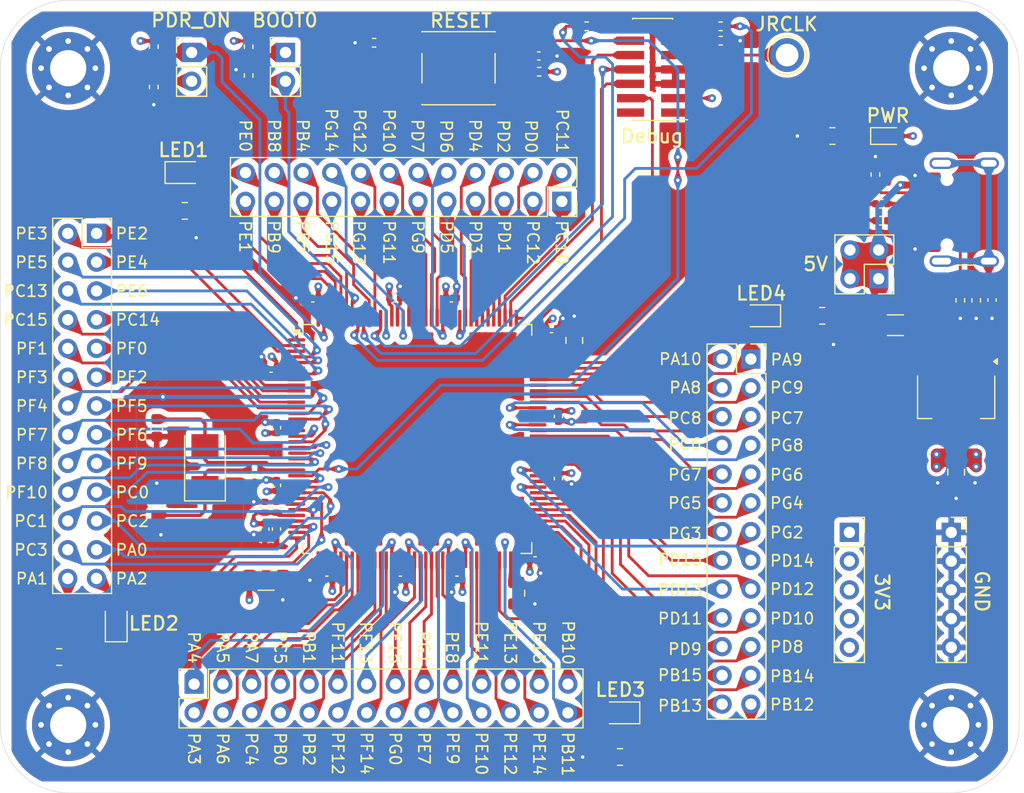
<source format=kicad_pcb>
(kicad_pcb (version 20240108) (generator "pcbnew") (generator_version "8.0")
  (layers (0 "F.Cu" signal) (1 "In1.Cu" power) (2 "In2.Cu" power) (31 "B.Cu" signal) (34 "B.Paste" user) (35 "F.Paste" user) (36 "B.SilkS" user "B.Silkscreen") (37 "F.SilkS" user "F.Silkscreen") (38 "B.Mask" user) (39 "F.Mask" user) (44 "Edge.Cuts" user))
  (net 0 "")
  (net 1 "/PG2")
  (net 2 "/PA5")
  (net 3 "Net-(C19-Pad2)")
  (net 4 "/PG4")
  (net 5 "/T_NRST")
  (net 6 "Net-(C22-Pad1)")
  (net 7 "/PG6")
  (net 8 "+5V")
  (net 9 "Net-(J1-Pin_1)")
  (net 10 "Net-(C20-Pad2)")
  (net 11 "Net-(D2-K)")
  (net 12 "/PDR_ON")
  (net 13 "/BOOT0")
  (net 14 "/PH0")
  (net 15 "Net-(D3-K)")
  (net 16 "/PG5")
  (net 17 "/PG3")
  (net 18 "/PH1")
  (net 19 "Net-(J2-Pin_2)")
  (net 21 "/GNDDETECT")
  (net 22 "/T_VCP_TX")
  (net 23 "/PA7")
  (net 24 "/PG7")
  (net 25 "Net-(D4-K)")
  (net 26 "/T_SWCLK")
  (net 27 "/PA6")
  (net 28 "+3V3")
  (net 29 "GND")
  (net 30 "/T_SWO")
  (net 32 "/T_VCP_RX")
  (net 33 "/T_JRCLK")
  (net 34 "/T_SWDIO")
  (net 35 "/T_JTDI")
  (net 36 "Net-(R6-Pad1)")
  (net 37 "/USB_FS_P")
  (net 38 "/USB_FS_N")
  (net 39 "Net-(J5-SHIELD)")
  (net 40 "Net-(D1-K)")
  (net 41 "Net-(J5-CC1)")
  (net 44 "Net-(J5-CC2)")
  (net 45 "Net-(J5-D+-PadA6)")
  (net 46 "Net-(J5-D--PadA7)")
  (net 47 "Net-(U1-PB6)")
  (net 48 "Net-(U1-PB7)")
  (net 49 "/PD14")
  (net 50 "/PD15")
  (net 51 "/PD13")
  (net 52 "/PD11")
  (net 53 "/PD9")
  (net 54 "/PD8")
  (net 55 "/PD12")
  (net 56 "/PD10")
  (net 57 "/PB15")
  (net 58 "/PB14")
  (net 59 "/PB12")
  (net 60 "/PB13")
  (net 61 "/PA10")
  (net 62 "/PA9")
  (net 63 "/PA8")
  (net 64 "/PC9")
  (net 65 "/PC8")
  (net 66 "/PC6")
  (net 67 "/PC7")
  (net 68 "/PG8")
  (net 69 "/PC5")
  (net 70 "/PC4")
  (net 71 "/PB2")
  (net 72 "/PB0")
  (net 73 "/PB1")
  (net 74 "/PF11")
  (net 75 "/PF12")
  (net 76 "/PF13")
  (net 77 "/PA3")
  (net 78 "/PA4")
  (net 79 "/PB11")
  (net 80 "/PF14")
  (net 81 "/PF15")
  (net 82 "/PG1")
  (net 83 "/PG0")
  (net 84 "/PE7")
  (net 85 "/PE8")
  (net 86 "/PE9")
  (net 87 "/PE13")
  (net 88 "/PE12")
  (net 89 "/PE11")
  (net 90 "/PE15")
  (net 91 "/PE10")
  (net 92 "/PE14")
  (net 93 "/PB10")
  (net 94 "/PE5")
  (net 95 "/PE3")
  (net 96 "/PE2")
  (net 97 "/PE4")
  (net 98 "/PE6")
  (net 99 "/PC13")
  (net 100 "/PC15")
  (net 101 "/PC14")
  (net 102 "/PF3")
  (net 103 "/PF4")
  (net 104 "/PF1")
  (net 105 "/PF5")
  (net 106 "/PF2")
  (net 107 "/PF0")
  (net 108 "/PF10")
  (net 109 "/PF9")
  (net 110 "/PF7")
  (net 111 "/PF8")
  (net 112 "/PF6")
  (net 113 "/PC0")
  (net 114 "/PC2_C")
  (net 115 "/PC1")
  (net 116 "/PC3_C")
  (net 117 "/PA2")
  (net 118 "/PA0")
  (net 119 "/PA1")
  (net 120 "Net-(D5-K)")
  (net 121 "/PC12")
  (net 122 "/PC10")
  (net 123 "/PC11")
  (net 124 "/PD1")
  (net 125 "/PD3")
  (net 126 "/PD0")
  (net 127 "/PD5")
  (net 128 "/PD2")
  (net 129 "/PD6")
  (net 130 "/PD4")
  (net 131 "/PD7")
  (net 132 "/PG15")
  (net 133 "/PG13")
  (net 134 "/PG12")
  (net 135 "/PG14")
  (net 136 "/PG11")
  (net 137 "/PG9")
  (net 138 "/PG10")
  (net 139 "/PB5")
  (net 140 "/PB4(NJTRST)")
  (net 141 "/PB8")
  (net 142 "/PB9")
  (net 143 "/PE1")
  (net 144 "/PE0")
  (footprint "Connector_PinSocket_2.54mm:PinSocket_2x13_P2.54mm_Vertical" (layer "F.Cu") (at 156.3 71.69)
    (property "Reference" "J6" (hide yes))
    (property "Value" "Conn_02x13_Odd_Even" (hide yes))
  )
  (footprint "Capacitor_SMD:C_0805_2012Metric" (layer "F.Cu") (at 135.58 92.37 90)
    (property "Reference" "C20" (hide yes))
    (property "Value" "2u2" (hide yes))
  )
  (footprint "Resistor_SMD:R_0805_2012Metric_Pad1.20x1.40mm_HandSolder" (layer "F.Cu") (at 162.6 67.87)
    (property "Reference" "R19" (hide yes))
    (property "Value" "510R" (hide yes))
  )
  (footprint "Package_TO_SOT_SMD:SOT-223-3_TabPin2" (layer "F.Cu") (at 174.4325 75.035 -90)
    (property "Reference" "U2" (hide yes))
    (property "Value" "AMS1117-3.3" (hide yes))
  )
  (footprint "Capacitor_SMD:C_0402_1005Metric" (layer "F.Cu") (at 139.3 82.25 90)
    (property "Reference" "C7" (hide yes))
    (property "Value" "100n" (hide yes))
  )
  (footprint "Resistor_SMD:R_0402_1005Metric" (layer "F.Cu") (at 112.46 81.5)
    (property "Reference" "R7" (hide yes))
    (property "Value" "33R" (hide yes))
  )
  (footprint "Capacitor_SMD:C_0402_1005Metric" (layer "F.Cu") (at 117.6075 66.29)
    (property "Reference" "C11" (hide yes))
    (property "Value" "100n" (hide yes))
  )
  (footprint "Resistor_SMD:R_0402_1005Metric" (layer "F.Cu") (at 174.8 66.5 -90)
    (property "Reference" "R11" (hide yes))
    (property "Value" "5k1" (hide yes))
  )
  (footprint "Capacitor_SMD:C_0805_2012Metric" (layer "F.Cu") (at 140.7 70.05 -90)
    (property "Reference" "C19" (hide yes))
    (property "Value" "2u2" (hide yes))
  )
  (footprint "Connector_PinHeader_2.54mm:PinHeader_1x02_P2.54mm_Vertical" (layer "F.Cu") (at 106.9 44.61)
    (property "Reference" "J2" (hide yes))
    (property "Value" "Conn_01x02_Pin" (hide yes))
  )
  (footprint "Resistor_SMD:R_0402_1005Metric" (layer "F.Cu") (at 167.825 57.97 180)
    (property "Reference" "R16" (hide yes))
    (property "Value" "100R" (hide yes))
  )
  (footprint "Resistor_SMD:R_0805_2012Metric_Pad1.20x1.40mm_HandSolder" (layer "F.Cu") (at 163.5 51.99 180)
    (property "Reference" "R14" (hide yes))
    (property "Value" "510R" (hide yes))
  )
  (footprint "Capacitor_SMD:C_0402_1005Metric" (layer "F.Cu") (at 130.34 91.225)
    (property "Reference" "C5" (hide yes))
    (property "Value" "100n" (hide yes))
  )
  (footprint "Resistor_SMD:R_0402_1005Metric" (layer "F.Cu") (at 137.6 46.31 180)
    (property "Reference" "R5" (hide yes))
    (property "Value" "10k" (hide yes))
  )
  (footprint "Resistor_SMD:R_0402_1005Metric" (layer "F.Cu") (at 153.63 42.3 180)
    (property "Reference" "R10" (hide yes))
    (property "Value" "100R" (hide yes))
  )
  (footprint "Connector_PinSocket_2.54mm:PinSocket_1x05_P2.54mm_Vertical" (layer "F.Cu") (at 174 87)
    (property "Reference" "J11" (hide yes))
    (property "Value" "Conn_01x05_Socket" (hide yes))
  )
  (footprint "Resistor_SMD:R_0402_1005Metric" (layer "F.Cu") (at 167.825 59.47 180)
    (property "Reference" "R15" (hide yes))
    (property "Value" "100R" (hide yes))
  )
  (footprint "Capacitor_SMD:C_0603_1608Metric" (layer "F.Cu") (at 103.82 84.72 90)
    (property "Reference" "C22" (hide yes))
    (property "Value" "30p" (hide yes))
  )
  (footprint "Resistor_SMD:R_0805_2012Metric_Pad1.20x1.40mm_HandSolder" (layer "F.Cu") (at 106.305 58.6)
    (property "Reference" "R20" (hide yes))
    (property "Value" "510R" (hide yes))
  )
  (footprint "Connector_PinSocket_2.54mm:PinSocket_2x12_P2.54mm_Vertical" (layer "F.Cu") (at 139.6 57.76 -90)
    (property "Reference" "J9" (hide yes))
    (property "Value" "Conn_02x12_Odd_Even" (hide yes))
  )
  (footprint "Capacitor_SMD:C_0402_1005Metric" (layer "F.Cu") (at 114.4 77.75 -90)
    (property "Reference" "C1" (hide yes))
    (property "Value" "100n" (hide yes))
  )
  (footprint "Connector_PinSocket_2.54mm:PinSocket_2x14_P2.54mm_Vertical" (layer "F.Cu") (at 107.12 100.4 90)
    (property "Reference" "J7" (hide yes))
    (property "Value" "Conn_02x14_Odd_Even" (hide yes))
  )
  (footprint "Capacitor_SMD:C_0402_1005Metric" (layer "F.Cu") (at 177.6 66.47 90)
    (property "Reference" "C26" (hide yes))
    (property "Value" "100n" (hide yes))
  )
  (footprint "LED_SMD:LED_0805_2012Metric" (layer "F.Cu") (at 100.24 94.98 90)
    (property "Reference" "D3" (hide yes))
    (property "Value" "Red" (hide yes))
  )
  (footprint "Resistor_SMD:R_0402_1005Metric" (layer "F.Cu") (at 111.94 46.64 90)
    (property "Reference" "R1" (hide yes))
    (property "Value" "10k" (hide yes))
  )
  (footprint "TestPoint:TestPoint_Plated_Hole_D2.0mm" (layer "F.Cu") (at 159.5 44.84)
    (property "Reference" "TP1" (hide yes))
    (property "Value" "TestPoint" (hide yes))
  )
  (footprint "Resistor_SMD:R_0805_2012Metric_Pad1.20x1.40mm_HandSolder" (layer "F.Cu") (at 144.7375 106.84 180)
    (property "Reference" "R17" (hide yes))
    (property "Value" "510R" (hide yes))
  )
  (footprint "Capacitor_SMD:C_0402_1005Metric" (layer "F.Cu") (at 139.3 76.75 90)
    (property "Reference" "C13" (hide yes))
    (property "Value" "1u" (hide yes))
  )
  (footprint "Connector_PinHeader_2.54mm:PinHeader_1x02_P2.54mm_Vertical" (layer "F.Cu") (at 115.19 44.61)
    (property "Reference" "J1" (hide yes))
    (property "Value" "Conn_01x02_Pin" (hide yes))
  )
  (footprint "Capacitor_SMD:C_0402_1005Metric" (layer "F.Cu") (at 114.4 82.85 -90)
    (property "Reference" "C2" (hide yes))
    (property "Value" "100n" (hide yes))
  )
  (footprint "Package_QFP:LQFP-144_20x20mm_P0.5mm" (layer "F.Cu") (at 126.8375 78.75)
    (property "Reference" "U1" (hide yes))
    (property "Value" "STM32H723ZGT6" (hide yes))
  )
  (footprint "Resistor_SMD:R_0402_1005Metric" (layer "F.Cu") (at 111.94 44.1 -90)
    (property "Reference" "R2" (hide yes))
    (property "Value" "100R" (hide yes))
  )
  (footprint "Connector_PinSocket_2.54mm:PinSocket_2x02_P2.54mm_Vertical" (layer "F.Cu") (at 167.59 64.595 -90)
    (property "Reference" "J4" (hide yes))
    (property "Value" "Conn_02x02_Odd_Even" (hide yes))
  )
  (footprint "Crystal:Crystal_SMD_5032-2Pin_5.0x3.2mm" (layer "F.Cu") (at 108.08 81.17 90)
    (property "Reference" "Y1" (hide yes))
    (property "Value" "8MHz 20pF" (hide yes))
  )
  (footprint "MountingHole:MountingHole_3.2mm_M3_Pad_Via" (layer "F.Cu") (at 96 104)
    (property "Reference" "H3" (hide yes))
    (property "Value" "MountingHole_Pad" (hide yes))
  )
  (footprint "Connector_PinSocket_2.54mm:PinSocket_2x13_P2.54mm_Vertical" (layer "F.Cu") (at 98.5 60.59)
    (property "Reference" "J8" (hide yes))
    (property "Value" "Conn_02x13_Odd_Even" (hide yes))
  )
  (footprint "LED_SMD:LED_0603_1608Metric" (layer "F.Cu") (at 168.3625 51.99)
    (property "Reference" "D1" (hide yes))
    (property "Value" "Red" (hide yes))
  )
  (footprint "Capacitor_SMD:C_0402_1005Metric" (layer "F.Cu") (at 113.37 84.78 -90)
    (property "Reference" "C17" (hide yes))
    (property "Value" "1u" (hide yes))
  )
  (footprint "Capacitor_SMD:C_0402_1005Metric" (layer "F.Cu") (at 113.37 86.71 90)
    (property "Reference" "C14" (hide yes))
    (property "Value" "1u" (hide yes))
  )
  (footprint "Connector_USB:USB_C_Receptacle_GCT_USB4105-xx-A_16P_TopMnt_Horizontal" (layer "F.Cu") (at 176.235 58.72 90)
    (property "Reference" "J5" (hide yes))
    (property "Value" "USB_C_Receptacle_USB2.0_16P" (hide yes))
  )
  (footprint "MountingHole:MountingHole_3.2mm_M3_Pad_Via" (layer "F.Cu") (at 174 46)
    (property "Reference" "H2" (hide yes))
    (property "Value" "MountingHole_Pad" (hide yes))
  )
  (footprint "Resistor_SMD:R_0402_1005Metric" (layer "F.Cu") (at 103.56 47.66 -90)
    (property "Reference" "R3" (hide yes))
    (property "Value" "100R" (hide yes))
  )
  (footprint "Capacitor_SMD:C_0402_1005Metric" (layer "F.Cu") (at 124.84 66.29 180)
    (property "Reference" "C10" (hide yes))
    (property "Value" "100n" (hide yes))
  )
  (footprint "Capacitor_SMD:C_0603_1608Metric" (layer "F.Cu") (at 103.82 77.77 -90)
    (property "Reference" "C23" (hide yes))
    (property "Value" "30p" (hide yes))
  )
  (footprint "Resistor_SMD:R_0402_1005Metric" (layer "F.Cu") (at 141.79 42.3)
    (property "Reference" "R9" (hide yes))
    (property "Value" "100R" (hide yes))
  )
  (footprint "LED_SMD:LED_0805_2012Metric" (layer "F.Cu") (at 106.2425 55.22)
    (property "Reference" "D5" (hide yes))
    (property "Value" "Emerald" (hide yes))
  )
  (footprint "Connector_PinHeader_1.27mm:PinHeader_2x07_P1.27mm_Vertical_SMD" (layer "F.Cu") (at 147.62 46.11 180)
    (property "Reference" "J3" (hide yes))
    (property "Value" "Conn_02x07_Odd_Even" (hide yes))
  )
  (footprint "Capacitor_SMD:C_0402_1005Metric" (layer "F.Cu") (at 138.7 69 180)
    (property "Reference" "C8" (hide yes))
    (property "Value" "100n" (hide yes))
  )
  (footprint "Resistor_SMD:R_0402_1005Metric" (layer "F.Cu") (at 153.63 43.57 180)
    (property "Reference" "R8" (hide yes))
    (property "Value" "100R" (hide yes))
  )
  (footprint "Button_Switch_SMD:SW_Push_1P1T_NO_6x6mm_H9.5mm" (layer "F.Cu") (at 130.475 46)
    (property "Reference" "SW1" (hide yes))
    (property "Value" "SW_Push" (hide yes))
  )
  (footprint "Capacitor_SMD:C_0402_1005Metric" (layer "F.Cu") (at 137.25 89.52 180)
    (property "Reference" "C6" (hide yes))
    (property "Value" "100n" (hide yes))
  )
  (footprint "Resistor_SMD:R_0402_1005Metric" (layer "F.Cu") (at 123.02 43.75 180)
    (property "Reference" "R6" (hide yes))
    (property "Value" "100R" (hide yes))
  )
  (footprint "Capacitor_SMD:C_0402_1005Metric" (layer "F.Cu") (at 118.845 91.225)
    (property "Reference" "C3" (hide yes))
    (property "Value" "100n" (hide yes))
  )
  (footprint "Capacitor_SMD:C_0402_1005Metric" (layer "F.Cu") (at 114.39 84.78 -90)
    (property "Reference" "C16" (hide yes))
    (property "Value" "100n" (hide yes))
  )
  (footprint "Capacitor_SMD:C_0402_1005Metric" (layer "F.Cu") (at 114.4 86.71 90)
    (property "Reference" "C15" (hide yes))
    (property "Value" "100n" (hide yes))
  )
  (footprint "MountingHole:MountingHole_3.2mm_M3_Pad_Via" (layer "F.Cu") (at 96 46)
    (property "Reference" "H1" (hide yes))
    (property "Value" "MountingHole_Pad" (hide yes))
  )
  (footprint "Capacitor_SMD:C_0805_2012Metric" (layer "F.Cu") (at 174.4325 81.675 -90)
    (property "Reference" "C24" (hide yes))
    (property "Value" "22u" (hide yes))
  )
  (footprint "MountingHole:MountingHole_3.2mm_M3_Pad_Via" (layer "F.Cu") (at 174 104)
    (property "Reference" "H4" (hide yes))
    (property "Value" "MountingHole_Pad" (hide yes))
  )
  (footprint "Capacitor_SMD:C_0402_1005Metric" (layer "F.Cu") (at 129.84 66.29 180)
    (property "Reference" "C9" (hide yes))
    (property "Value" "100n" (hide yes))
  )
  (footprint "Resistor_SMD:R_0402_1005Metric" (layer "F.Cu") (at 167.3 55.4 90)
    (property "Reference" "R12" (hide yes))
    (property "Value" "5k1" (hide yes))
  )
  (footprint "Capacitor_SMD:C_0402_1005Metric" (layer "F.Cu") (at 113.92 72.5)
    (property "Reference" "C12" (hide yes))
    (property "Value" "1u" (hide yes))
  )
  (footprint "Resistor_SMD:R_0402_1005Metric" (layer "F.Cu") (at 103.56 44.1 -90)
    (property "Reference" "R4" (hide yes))
    (property "Value" "10k" (hide yes))
  )
  (footprint "LED_SMD:LED_0805_2012Metric" (layer "F.Cu") (at 144.8 102.94 180)
    (property "Reference" "D2" (hide yes))
    (property "Value" "Blue" (hide yes))
  )
  (footprint "Resistor_SMD:R_0805_2012Metric_Pad1.20x1.40mm_HandSolder" (layer "F.Cu") (at 95.2 98.01 180)
    (property "Reference" "R18" (hide yes))
    (property "Value" "510R" (hide yes))
  )
  (footprint "Capacitor_SMD:C_1206_3216Metric" (layer "F.Cu") (at 113.48 91.2)
    (property "Reference" "C18" (hide yes))
    (property "Value" "4u7" (hide yes))
  )
  (footprint "Resistor_SMD:R_0402_1005Metric" (layer "F.Cu") (at 176.2 66.5 -90)
    (property "Reference" "R13" (hide yes))
    (property "Value" "1k" (hide yes))
  )
  (footprint "Capacitor_SMD:C_0402_1005Metric" (layer "F.Cu") (at 137.57 44.92 180)
    (property "Reference" "C21" (hide yes))
    (property "Value" "1u" (hide yes))
  )
  (footprint "Capacitor_SMD:C_0402_1005Metric" (layer "F.Cu") (at 125.34 91.225)
    (property "Reference" "C4" (hide yes))
    (property "Value" "100n" (hide yes))
  )
  (footprint "LED_SMD:LED_0805_2012Metric" (layer "F.Cu") (at 157.2375 67.87 180)
    (property "Reference" "D4" (hide yes))
    (property "Value" "Yellow" (hide yes))
  )
  (footprint "Capacitor_SMD:C_1206_3216Metric" (layer "F.Cu") (at 169.065 68.7)
    (property "Reference" "C25" (hide yes))
    (property "Value" "10u" (hide yes))
  )
  (footprint "Connector_PinSocket_2.54mm:PinSocket_1x05_P2.54mm_Vertical" (layer "F.Cu") (at 165 87)
    (property "Reference" "J10" (hide yes))
    (property "Value" "Conn_01x05_Socket" (hide yes))
  )
  (gr_line (start 180 104) (end 180 46) (stroke (width 0.05)) (layer "Edge.Cuts"))
  (gr_line (start 96 110) (end 174 110) (stroke (width 0.05)) (layer "Edge.Cuts"))
  (gr_line (start 174 40) (end 96 40) (stroke (width 0.05)) (layer "Edge.Cuts"))
  (gr_line (start 90 46) (end 90 104) (stroke (width 0.05)) (layer "Edge.Cuts"))
  (gr_arc (start 90 46) (mid 91.757359 41.757359) (end 96 40) (stroke (width 0.05)) (layer "Edge.Cuts"))
  (gr_arc (start 180 104) (mid 178.242641 108.242641) (end 174 110) (stroke (width 0.05)) (layer "Edge.Cuts"))
  (gr_arc (start 96 110) (mid 91.757359 108.242641) (end 90 104) (stroke (width 0.05)) (layer "Edge.Cuts"))
  (gr_arc (start 174 40) (mid 178.242641 41.757359) (end 180 46) (stroke (width 0.05)) (layer "Edge.Cuts"))
  (gr_text "PF0" (at 100.1 71.35175 0) (layer "F.SilkS") (effects (font (size 1 1)) (justify left bottom)))
  (gr_text "PF9" (at 100.1 81.51175 0) (layer "F.SilkS") (effects (font (size 1 1)) (justify left bottom)))
  (gr_text "PA0" (at 100.1 89.13175 0) (layer "F.SilkS") (effects (font (size 1 1)) (justify left bottom)))
  (gr_text "PF5" (at 100.1 76.43175 0) (layer "F.SilkS") (effects (font (size 1 1)) (justify left bottom)))
  (gr_text "PC5" (at 114.13825 95.59 270) (layer "F.SilkS") (effects (font (size 1 1)) (justify left bottom)))
  (gr_text "PD5" (at 128.83825 59.35 270) (layer "F.SilkS") (effects (font (size 1 1)) (justify left bottom)))
  (gr_text "PC14" (at 100.1 68.81175 0) (layer "F.SilkS") (effects (font (size 1 1)) (justify left bottom)))
  (gr_text "PA9" (at 157.95 72.33 0) (layer "F.SilkS") (effects (font (size 1 1)) (justify left bottom)))
  (gr_text "PG9" (at 126.29 59.34 270) (layer "F.SilkS") (effects (font (size 1 1)) (justify left bottom)))
  (gr_text "PG2" (at 157.9 87.6 0) (layer "F.SilkS") (effects (font (size 1 1)) (justify left bottom)))
  (gr_text "PF1" (at 91.287619 71.35175 0) (layer "F.SilkS") (effects (font (size 1 1)) (justify left bottom)))
  (gr_text "PB4" (at 116.13825 50.4 270) (layer "F.SilkS") (effects (font (size 1 1)) (justify left bottom)))
  (gr_text "PC12" (at 136.45825 59.35 270) (layer "F.SilkS") (effects (font (size 1 1)) (justify left bottom)))
  (gr_text "PWR" (at 166.39 50.89 0) (layer "F.SilkS") (effects (font (size 1.2 1.2) (thickness 0.2) (bold yes)) (justify left bottom)))
  (gr_text "PG7" (at 148.9 82.5 0) (layer "F.SilkS") (effects (font (size 1 1)) (justify left bottom)))
  (gr_text "PE3" (at 91.24 61.19175 0) (layer "F.SilkS") (effects (font (size 1 1)) (justify left bottom)))
  (gr_text "LED1" (at 103.8425 53.92 0) (layer "F.SilkS") (effects (font (size 1.2 1.2) (thickness 0.2) (bold yes)) (justify left bottom)))
  (gr_text "PC9" (at 157.9 74.8 0) (layer "F.SilkS") (effects (font (size 1 1)) (justify left bottom)))
  (gr_text "PB13" (at 148 102.9 0) (layer "F.SilkS") (effects (font (size 1 1)) (justify left bottom)))
  (gr_text "PG6" (at 157.9 82.5 0) (layer "F.SilkS") (effects (font (size 1 1)) (justify left bottom)))
  (gr_text "PD7" (at 126.25 50.4 270) (layer "F.SilkS") (effects (font (size 1 1)) (justify left bottom)))
  (gr_text "PC2" (at 100.1 86.59175 0) (layer "F.SilkS") (effects (font (size 1 1)) (justify left bottom)))
  (gr_text "PF10" (at 90.335238 84.05175 0) (layer "F.SilkS") (effects (font (size 1 1)) (justify left bottom)))
  (gr_text "PA2" (at 100.1 91.67175 0) (layer "F.SilkS") (effects (font (size 1 1)) (justify left bottom)))
  (gr_text "PB2" (at 116.67 104.57 270) (layer "F.SilkS") (effects (font (size 1 1)) (justify left bottom)))
  (gr_text "PF14" (at 121.75825 104.54 270) (layer "F.SilkS") (effects (font (size 1 1)) (justify left bottom)))
  (gr_text "LED4" (at 154.8775 66.59 0) (layer "F.SilkS") (effects (font (size 1.2 1.2) (thickness 0.2) (bold yes)) (justify left bottom)))
  (gr_text "PG13" (at 121.09 59.35 270) (layer "F.SilkS") (effects (font (size 1 1)) (justify left bottom)))
  (gr_text "PD9" (at 148.9 97.9 0) (layer "F.SilkS") (effects (font (size 1 1)) (justify left bottom)))
  (gr_text "PG0" (at 124.29825 104.54 270) (layer "F.SilkS") (effects (font (size 1 1)) (justify left bottom)))
  (gr_text "PC6" (at 148.9 79.8 0) (layer "F.SilkS") (effects (font (size 1 1)) (justify left bottom)))
  (gr_text "PC13" (at 90.192381 66.27175 0) (layer "F.SilkS") (effects (font (size 1 1)) (justify left bottom)))
  (gr_text "PDR_ON" (at 103.205714 42.469998 0) (layer "F.SilkS") (effects (font (size 1.2 1.2) (thickness 0.2) (bold yes)) (justify left bottom)))
  (gr_text "PD6" (at 128.8 50.45 270) (layer "F.SilkS") (effects (font (size 1 1)) (justify left bottom)))
  (gr_text "PF4" (at 91.287619 76.43175 0) (layer "F.SilkS") (effects (font (size 1 1)) (justify left bottom)))
  (gr_text "PE9" (at 129.37825 104.54 270) (layer "F.SilkS") (effects (font (size 1 1)) (justify left bottom)))
  (gr_text "PG15" (at 118.67825 59.35 270) (layer "F.SilkS") (effects (font (size 1 1)) (justify left bottom)))
  (gr_text "PE5" (at 91.24 63.73175 0) (layer "F.SilkS") (effects (font (size 1 1)) (justify left bottom)))
  (gr_text "PC11" (at 139.05 49.5 270) (layer "F.SilkS") (effects (font (size 1 1)) (justify left bottom)))
  (gr_text "PG4" (at 157.9 85 0) (layer "F.SilkS") (effects (font (size 1 1)) (justify left bottom)))
  (gr_text "PF12" (at 119.21825 104.54 270) (layer "F.SilkS") (effects (font (size 1 1)) (justify left bottom)))
  (gr_text "PB0" (at 114.13 104.57 270) (layer "F.SilkS") (effects (font (size 1 1)) (justify left bottom)))
  (gr_text "PB1" (at 116.67825 95.59 270) (layer "F.SilkS") (effects (font (size 1 1)) (justify left bottom)))
  (gr_text "PB12" (at 157.9 102.8 0) (layer "F.SilkS") (effects (font (size 1 1)) (justify left bottom)))
  (gr_text "PB11" (at 139.53825 104.54 270) (layer "F.SilkS") (effects (font (size 1 1)) (justify left bottom)))
  (gr_text "PF2" (at 100.1 73.89175 0) (layer "F.SilkS") (effects (font (size 1 1)) (justify left bottom)))
  (gr_text "PD4" (at 131.35 50.4 270) (layer "F.SilkS") (effects (font (size 1 1)) (justify left bottom)))
  (gr_text "PE15" (at 136.99825 94.737619 270) (layer "F.SilkS") (effects (font (size 1 1)) (justify left bottom)))
  (gr_text "PB14" (at 157.9 100.3 0) (layer "F.SilkS") (effects (font (size 1 1)) (justify left bottom)))
  (gr_text "LED2" (at 101.23 95.747 0) (layer "F.SilkS") (effects (font (size 1.2 1.2) (thickness 0.2) (bold yes)) (justify left bottom)))
  (gr_text "PE10" (at 131.91825 104.54 270) (layer "F.SilkS") (effects (font (size 1 1)) (justify left bottom)))
  (gr_text "PG12" (at 121.15 49.5 270) (layer "F.SilkS") (effects (font (size 1 1)) (justify left bottom)))
  (gr_text "PG5" (at 148.9 85 0) (layer "F.SilkS") (effects (font (size 1 1)) (justify left bottom)))
  (gr_text "PG3" (at 148.9 87.7 0) (layer "F.SilkS") (effects (font (size 1 1)) (justify left bottom)))
  (gr_text "5V" (at 160.8 64 0) (layer "F.SilkS") (effects (font (size 1.2 1.2) (thickness 0.2) (bold yes)) (justify left bottom)))
  (gr_text "PD3" (at 131.37825 59.35 270) (layer "F.SilkS") (effects (font (size 1 1)) (justify left bottom)))
  (gr_text "PE2" (at 100.1 61.19175 0) (layer "F.SilkS") (effects (font (size 1 1)) (justify left bottom)))
  (gr_text "PC1" (at 91.144762 86.59175 0) (layer "F.SilkS") (effects (font (size 1 1)) (justify left bottom)))
  (gr_text "BOOT0" (at 112.124286 42.469998 0) (layer "F.SilkS") (effects (font (size 1.2 1.2) (thickness 0.2) (bold yes)) (justify left bottom)))
  (gr_text "PE4" (at 100.1 63.73175 0) (layer "F.SilkS") (effects (font (size 1 1)) (justify left bottom)))
  (gr_text "PE11" (at 131.91825 94.737619 270) (layer "F.SilkS") (effects (font (size 1 1)) (justify left bottom)))
  (gr_text "PD15" (at 148 90 0) (layer "F.SilkS") (effects (font (size 1 1)) (justify left bottom)))
  (gr_text "PE8" (at 129.32 95.64 270) (layer "F.SilkS") (effects (font (size 1 1)) (justify left bottom)))
  (gr_text "PE1" (at 111.04 59.35 270) (layer "F.SilkS") (effects (font (size 1 1)) (justify left bottom)))
  (gr_text "PE14" (at 136.99825 104.54 270) (layer "F.SilkS") (effects (font (size 1 1)) (justify left bottom)))
  (gr_text "PA1" (at 91.287619 91.67175 0) (layer "F.SilkS") (effects (font (size 1 1)) (justify left bottom)))
  (gr_text "PA4" (at 106.51825 95.661428 270) (layer "F.SilkS") (effects (font (size 1 1)) (justify left bottom)))
  (gr_text "PE7" (at 126.83825 104.55 270) (layer "F.SilkS") (effects (font (size 1 1)) (justify left bottom)))
  (gr_text "PD14" (at 157.9 90.1 0) (layer "F.SilkS") (effects (font (size 1 1)) (justify left bottom)))
  (gr_text "PB5" (at 116.12 59.34 270) (layer "F.SilkS") (effects (font (size 1 1)) (justify left bottom)))
  (gr_text "PE6" (at 100.1 66.27175 0) (layer "F.SilkS") (effects (font (size 1 1)) (justify left bottom)))
  (gr_text "PA6" (at 109.05825 104.611428 270) (layer "F.SilkS") (effects (font (size 1 1)) (justify left bottom)))
  (gr_text "PB10" (at 139.57 94.69 270) (layer "F.SilkS") (effects (font (size 1 1)) (justify left bottom)))
  (gr_text "PA5" (at 109.05825 95.661428 270) (layer "F.SilkS") (effects (font (size 1 1)) (justify left bottom)))
  (gr_text "PG10" (at 123.75 49.5 270) (layer "F.SilkS") (effects (font (size 1 1)) (justify left bottom)))
  (gr_text "Debug" (at 144.697144 52.71 0) (layer "F.SilkS") (effects (font (size 1.2 1.2) (thickness 0.2) (bold yes)) (justify left bottom)))
  (gr_text "PF13" (at 121.68 94.78 270) (layer "F.SilkS") (effects (font (size 1 1)) (justify left bottom)))
  (gr_text "PD2" (at 133.85 50.45 270) (layer "F.SilkS") (effects (font (size 1 1)) (justify left bottom)))
  (gr_text "PE0" (at 111.05825 50.447619 270) (layer "F.SilkS") (effects (font (size 1 1)) (justify left bottom)))
  (gr_text "PF15" (at 124.27 94.77 270) (layer "F.SilkS") (effects (font (size 1 1)) (justify left bottom)))
  (gr_text "PD13" (at 148 92.7 0) (layer "F.SilkS") (effects (font (size 1 1)) (justify left bottom)))
  (gr_text "PF6" (at 100.1 78.97175 0) (layer "F.SilkS") (effects (font (size 1 1)) (justify left bottom)))
  (gr_text "PD8" (at 157.9 97.7 0) (layer "F.SilkS") (effects (font (size 1 1)) (justify left bottom)))
  (gr_text "PD0" (at 136.3 50.45 270) (layer "F.SilkS") (effects (font (size 1 1)) (justify left bottom)))
  (gr_text "PD10" (at 157.9 95.2 0) (layer "F.SilkS") (effects (font (size 1 1)) (justify left bottom)))
  (gr_text "PF3" (at 91.287619 73.89175 0) (layer "F.SilkS") (effects (font (size 1 1)) (justify left bottom)))
  (gr_text "PA8" (at 149 74.8 0) (layer "F.SilkS") (effects (font (size 1 1)) (justify left bottom)))
  (gr_text "PF7" (at 91.287619 78.97175 0) (layer "F.SilkS") (effects (font (size 1 1)) (justify left bottom)))
  (gr_text "PC10" (at 138.99825 59.35 270) (layer "F.SilkS") (effects (font (size 1 1)) (justify left bottom)))
  (gr_text "PD1" (at 133.91825 59.35 270) (layer "F.SilkS") (effects (font (size 1 1)) (justify left bottom)))
  (gr_text "PF8" (at 91.287619 81.51175 0) (layer "F.SilkS") (effects (font (size 1 1)) (justify left bottom)))
  (gr_text "PC0" (at 100.1 84.05175 0) (layer "F.SilkS") (effects (font (size 1 1)) (justify left bottom)))
  (gr_text "3V3" (at 167.175857 90.5 270) (layer "F.SilkS") (effects (font (size 1.2 1.2) (thickness 0.2) (bold yes)) (justify left bottom)))
  (gr_text "PC4" (at 111.59825 104.57 270) (layer "F.SilkS") (effects (font (size 1 1)) (justify left bottom)))
  (gr_text "PE12" (at 134.45825 104.54 270) (layer "F.SilkS") (effects (font (size 1 1)) (justify left bottom)))
  (gr_text "PA7" (at 111.59825 95.661428 270) (layer "F.SilkS") (effects (font (size 1 1)) (justify left bottom)))
  (gr_text "PG8" (at 157.9 79.9 0) (layer "F.SilkS") (effects (font (size 1 1)) (justify left bottom)))
  (gr_text "PG11" (at 123.75825 59.35 270) (layer "F.SilkS") (effects (font (size 1 1)) (justify left bottom)))
  (gr_text "PF11" (at 119.21825 94.78 270) (layer "F.SilkS") (effects (font (size 1 1)) (justify left bottom)))
  (gr_text "PE13" (at 134.45825 94.737619 270) (layer "F.SilkS") (effects (font (size 1 1)) (justify left bottom)))
  (gr_text "PG14" (at 118.65 49.45 270) (layer "F.SilkS") (effects (font (size 1 1)) (justify left bottom)))
  (gr_text "JRCLK" (at 156.577143 42.81 0) (layer "F.SilkS") (effects (font (size 1.2 1.2) (thickness 0.2) (bold yes)) (justify left bottom)))
  (gr_text "PB9" (at 113.58 59.34 270) (layer "F.SilkS") (effects (font (size 1 1)) (justify left bottom)))
  (gr_text "PA10" (at 148.1 72.28 0) (layer "F.SilkS") (effects (font (size 1 1)) (justify left bottom)))
  (gr_text "PC3" (at 91.144762 89.13175 0) (layer "F.SilkS") (effects (font (size 1 1)) (justify left bottom)))
  (gr_text "PB8" (at 113.59825 50.4 270) (layer "F.SilkS") (effects (font (size 1 1)) (justify left bottom)))
  (gr_text "GND" (at 176 90.25 270) (layer "F.SilkS") (effects (font (size 1.2 1.2) (thickness 0.2) (bold yes)) (justify left bottom)))
  (gr_text "PD11" (at 148 95.2 0) (layer "F.SilkS") (effects (font (size 1 1)) (justify left bottom)))
  (gr_text "PB15" (at 148 100.2 0) (layer "F.SilkS") (effects (font (size 1 1)) (justify left bottom)))
  (gr_text "PD12" (at 157.9 92.6 0) (layer "F.SilkS") (effects (font (size 1 1)) (justify left bottom)))
  (gr_text "LED3" (at 142.44 101.6 0) (layer "F.SilkS") (effects (font (size 1.2 1.2) (thickness 0.2) (bold yes)) (justify left bottom)))
  (gr_text "PC8" (at 148.9 77.5 0) (layer "F.SilkS") (effects (font (size 1 1)) (justify left bottom)))
  (gr_text "PC7" (at 157.9 77.5 0) (layer "F.SilkS") (effects (font (size 1 1)) (justify left bottom)))
  (gr_text "PC15" (at 90.192381 68.81175 0) (layer "F.SilkS") (effects (font (size 1 1)) (justify left bottom)))
  (gr_text "PG1" (at 126.81 95.59 270) (layer "F.SilkS") (effects (font (size 1 1)) (justify left bottom)))
  (gr_text "PA3" (at 106.51825 104.611428 270) (layer "F.SilkS") (effects (font (size 1 1)) (justify left bottom)))
  (gr_text "RESET" (at 127.837858 42.5 0) (layer "F.SilkS") (effects (font (size 1.2 1.2) (thickness 0.2) (bold yes)) (justify left bottom)))
  (segment (start 155.02 88.21) (end 156.3 86.93) (width 0.25) (layer "F.Cu") (net 1))
  (segment (start 148.86 88.21) (end 155.02 88.21) (width 0.25) (layer "F.Cu") (net 1))
  (segment (start 141.15 80.5) (end 148.86 88.21) (width 0.25) (layer "F.Cu") (net 1))
  (segment (start 137.5 80.5) (end 141.15 80.5) (width 0.25) (layer "F.Cu") (net 1))
  (segment (start 120.0875 92.382095) (end 119.519595 92.95) (width 0.25) (layer "F.Cu") (net 2))
  (segment (start 113.37 94.43) (end 109.66 98.14) (width 0.25) (layer "F.Cu") (net 2))
  (segment (start 120.0875 89.4125) (end 120.0875 92.382095) (width 0.25) (layer "F.Cu") (net 2))
  (segment (start 119.519595 92.95) (end 118.24 92.95) (width 0.25) (layer "F.Cu") (net 2))
  (segment (start 116.76 94.43) (end 113.37 94.43) (width 0.25) (layer "F.Cu") (net 2))
  (segment (start 118.24 92.95) (end 116.76 94.43) (width 0.25) (layer "F.Cu") (net 2))
  (segment (start 109.66 98.14) (end 109.66 100.4) (width 0.25) (layer "F.Cu") (net 2))
  (segment (start 137.5 71) (end 140.7 71) (width 0.25) (layer "F.Cu") (net 3))
  (segment (start 148.51 85.66) (end 155.03 85.66) (width 0.25) (layer "F.Cu") (net 4))
  (segment (start 155.03 85.66) (end 156.3 84.39) (width 0.25) (layer "F.Cu") (net 4))
  (segment (start 137.5 79.5) (end 142.35 79.5) (width 0.25) (layer "F.Cu") (net 4))
  (segment (start 142.35 79.5) (end 148.51 85.66) (width 0.25) (layer "F.Cu") (net 4))
  (segment (start 136.55 48.25) (end 134.45 48.25) (width 0.25) (layer "F.Cu") (net 5))
  (segment (start 149.85 55.9) (end 149.85 53.85) (width 0.25) (layer "F.Cu") (net 5))
  (segment (start 137.09 47.71) (end 136.55 48.25) (width 0.25) (layer "F.Cu") (net 5))
  (segment (start 134.45 48.25) (end 126.5 48.25) (width 0.25) (layer "F.Cu") (net 5))
  (segment (start 137.09 46.31) (end 137.09 47.71) (width 0.25) (layer "F.Cu") (net 5))
  (segment (start 140.63 43.57) (end 142.2 43.57) (width 0.25) (layer "F.Cu") (net 5))
  (segment (start 137.45 43.57) (end 141.82 43.57) (width 0.25) (layer "F.Cu") (net 5))
  (segment (start 137.09 44.92) (end 137.09 43.93) (width 0.25) (layer "F.Cu") (net 5))
  (segment (start 117.56 82) (end 118.16 81.4) (width 0.25) (layer "F.Cu") (net 5))
  (segment (start 116.175 82) (end 117.56 82) (width 0.25) (layer "F.Cu") (net 5))
  (segment (start 137.09 46.31) (end 137.09 44.92) (width 0.25) (layer "F.Cu") (net 5))
  (segment (start 137.09 43.93) (end 137.45 43.57) (width 0.25) (layer "F.Cu") (net 5))
  (segment (start 118.16 81.4) (end 119.9 81.4) (width 0.25) (layer "F.Cu") (net 5))
  (segment (start 142.2 43.57) (end 145.67 43.57) (width 0.25) (layer "F.Cu") (net 5))
  (via (at 149.85 53.85) (size 0.7) (drill 0.3) (layers "F.Cu" "B.Cu") (net 5))
  (via (at 149.85 55.9) (size 0.7) (drill 0.3) (layers "F.Cu" "B.Cu") (net 5))
  (via (at 142.2 43.57) (size 0.7) (drill 0.3) (layers "F.Cu" "B.Cu") (net 5))
  (via (at 119.9 81.4) (size 0.7) (drill 0.3) (layers "F.Cu" "B.Cu") (net 5))
  (segment (start 119.9 81.4) (end 121.5 81.4) (width 0.25) (layer "B.Cu") (net 5))
  (segment (start 149.85 46.15) (end 147.27 43.57) (width 0.25) (layer "B.Cu") (net 5))
  (segment (start 121.5 81.4) (end 128.9 74) (width 0.25) (layer "B.Cu") (net 5))
  (segment (start 149.85 64.55) (end 149.85 55.9) (width 0.25) (layer "B.Cu") (net 5))
  (segment (start 147.27 43.57) (end 142.2 43.57) (width 0.25) (layer "B.Cu") (net 5))
  (segment (start 140.4 74) (end 149.85 64.55) (width 0.25) (layer "B.Cu") (net 5))
  (segment (start 128.9 74) (end 140.4 74) (width 0.25) (layer "B.Cu") (net 5))
  (segment (start 149.85 53.85) (end 149.85 46.15) (width 0.25) (layer "B.Cu") (net 5))
  (segment (start 103.82 85.495) (end 103.825 85.5) (width 0.3) (layer "F.Cu") (net 6))
  (segment (start 103.825 85.5) (end 107.66 85.5) (width 0.3) (layer "F.Cu") (net 6))
  (segment (start 108.08 85.08) (end 108.08 81.82) (width 0.3) (layer "F.Cu") (net 6))
  (segment (start 107.66 85.5) (end 108.08 85.08) (width 0.3) (layer "F.Cu") (net 6))
  (segment (start 108.08 81.82) (end 108.4 81.5) (width 0.3) (layer "F.Cu") (net 6))
  (segment (start 108.4 81.5) (end 111.98 81.5) (width 0.3) (layer "F.Cu") (net 6))
  (segment (start 155.03 83.12) (end 156.3 81.85) (width 0.25) (layer "F.Cu") (net 7))
  (segment (start 137.5 78.5) (end 143.7 78.5) (width 0.25) (layer "F.Cu") (net 7))
  (segment (start 144.74 79.54) (end 148.22 79.54) (width 0.25) (layer "F.Cu") (net 7))
  (segment (start 143.7 78.5) (end 144.74 79.54) (width 0.25) (layer "F.Cu") (net 7))
  (segment (start 151.8 83.12) (end 155.03 83.12) (width 0.25) (layer "F.Cu") (net 7))
  (segment (start 148.22 79.54) (end 151.8 83.12) (width 0.25) (layer "F.Cu") (net 7))
  (segment (start 165.05 64.595) (end 165.8725 63.7725) (width 1) (layer "F.Cu") (net 8))
  (segment (start 166.3525 64.2525) (end 165.8725 63.7725) (width 1) (layer "F.Cu") (net 8))
  (segment (start 172.555 61.12) (end 170.08 61.12) (width 0.6) (layer "F.Cu") (net 8))
  (segment (start 165.05 64.595) (end 165.05 62.055) (width 1) (layer "F.Cu") (net 8))
  (segment (start 165.4725 64.1725) (end 165.4725 63.3275) (width 1) (layer "F.Cu") (net 8))
  (segment (start 167.59 68.7) (end 167.59 70.955) (width 1) (layer "F.Cu") (net 8))
  (segment (start 165.05 62.055) (end 165.3975 62.4025) (width 1) (layer "F.Cu") (net 8))
  (segment (start 172.555 56.32) (end 169.5 56.32) (width 0.6) (layer "F.Cu") (net 8))
  (segment (start 165.05 64.595) (end 165.4725 64.1725) (width 1) (layer "F.Cu") (net 8))
  (segment (start 165.4725 63.3275) (end 165.8975 62.9025) (width 1) (layer "F.Cu") (net 8))
  (segment (start 168.52 71.885) (end 167.59 70.955) (width 1) (layer "F.Cu") (net 8))
  (segment (start 169.145 62.055) (end 167.59 62.055) (width 0.6) (layer "F.Cu") (net 8))
  (segment (start 166.3025 62.4025) (end 166.7725 62.8725) (width 1) (layer "F.Cu") (net 8))
  (segment (start 167.59 64.595) (end 165.8975 62.9025) (width 1) (layer "F.Cu") (net 8))
  (segment (start 165.8975 62.9025) (end 165.05 62.055) (width 1) (layer "F.Cu") (net 8))
  (segment (start 165.05 62.055) (end 167.59 62.055) (width 1) (layer "F.Cu") (net 8))
  (segment (start 167.59 64.595) (end 167.59 62.055) (width 1) (layer "F.Cu") (net 8))
  (segment (start 172.1325 71.885) (end 168.52 71.885) (width 1) (layer "F.Cu") (net 8))
  (segment (start 167.2475 64.2525) (end 166.3525 64.2525) (width 1) (layer "F.Cu") (net 8))
  (segment (start 167.59 63.69) (end 166.7725 62.8725) (width 1) (layer "F.Cu") (net 8))
  (segment (start 166.7725 62.8725) (end 167.59 62.055) (width 1) (layer "F.Cu") (net 8))
  (segment (start 167.59 68.7) (end 167.59 64.595) (width 1) (layer "F.Cu") (net 8))
  (segment (start 170.08 61.12) (end 169.145 62.055) (width 0.6) (layer "F.Cu") (net 8))
  (segment (start 167.59 64.595) (end 167.2475 64.2525) (width 1) (layer "F.Cu") (net 8))
  (segment (start 165.8725 63.7725) (end 166.7725 62.8725) (width 1) (layer "F.Cu") (net 8))
  (segment (start 167.59 64.595) (end 167.59 63.69) (width 1) (layer "F.Cu") (net 8))
  (segment (start 167.59 64.595) (end 165.05 64.595) (width 1) (layer "F.Cu") (net 8))
  (segment (start 165.3975 62.4025) (end 166.3025 62.4025) (width 1) (layer "F.Cu") (net 8))
  (via (at 169.5 56.32) (size 0.7) (drill 0.3) (layers "F.Cu" "B.Cu") (net 8))
  (segment (start 167.59 62.055) (end 167.59 58.23) (width 0.6) (layer "B.Cu") (net 8))
  (segment (start 167.59 58.23) (end 169.5 56.32) (width 0.6) (layer "B.Cu") (net 8))
  (segment (start 111.94 44.61) (end 115.19 44.61) (width 0.25) (layer "F.Cu") (net 9))
  (segment (start 135.0875 90.9275) (end 135.58 91.42) (width 0.3) (layer "F.Cu") (net 10))
  (segment (start 135.0875 89.4125) (end 135.0875 90.9275) (width 0.3) (layer "F.Cu") (net 10))
  (segment (start 145.7375 102.94) (end 145.7375 106.84) (width 0.25) (layer "F.Cu") (net 11))
  (segment (start 103.56 44.61) (end 106.9 44.61) (width 0.25) (layer "F.Cu") (net 12))
  (segment (start 118.5875 68.0875) (end 118.5875 69.8) (width 0.25) (layer "F.Cu") (net 12))
  (via (at 118.5875 69.8) (size 0.7) (drill 0.3) (layers "F.Cu" "B.Cu") (net 12))
  (segment (start 112.93 50.56) (end 109.59 47.22) (width 0.25) (layer "B.Cu") (net 12))
  (segment (start 112.93 64.1425) (end 112.93 50.56) (width 0.25) (layer "B.Cu") (net 12))
  (segment (start 109.59 45.12) (end 109.08 44.61) (width 0.25) (layer "B.Cu") (net 12))
  (segment (start 109.08 44.61) (end 106.9 44.61) (width 0.25) (layer "B.Cu") (net 12))
  (segment (start 118.5875 69.8) (end 112.93 64.1425) (width 0.25) (layer "B.Cu") (net 12))
  (segment (start 109.59 47.22) (end 109.59 45.12) (width 0.25) (layer "B.Cu") (net 12))
  (segment (start 111.94 47.15) (end 115.19 47.15) (width 0.25) (layer "F.Cu") (net 13))
  (segment (start 121.0875 68.0875) (end 121.0875 66.5625) (width 0.25) (layer "F.Cu") (net 13))
  (segment (start 121.0875 66.5625) (end 121.35 66.3) (width 0.25) (layer "F.Cu") (net 13))
  (via (at 121.35 66.3) (size 0.7) (drill 0.3) (layers "F.Cu" "B.Cu") (net 13))
  (segment (start 121.35 66.3) (end 115.5 60.45) (width 0.25) (layer "B.Cu") (net 13))
  (segment (start 115.19 49.59) (end 115.19 47.15) (width 0.25) (layer "B.Cu") (net 13))
  (segment (start 115.5 49.9) (end 115.19 49.59) (width 0.25) (layer "B.Cu") (net 13))
  (segment (start 115.5 60.45) (end 115.5 49.9) (width 0.25) (layer "B.Cu") (net 13))
  (segment (start 113.48 80.83) (end 108.33 80.83) (width 0.3) (layer "F.Cu") (net 14))
  (segment (start 107.7 77) (end 103.825 77) (width 0.3) (layer "F.Cu") (net 14))
  (segment (start 116.175 81) (end 113.65 81) (width 0.3) (layer "F.Cu") (net 14))
  (segment (start 108.08 77.38) (end 107.7 77) (width 0.3) (layer "F.Cu") (net 14))
  (segment (start 103.825 77) (end 103.82 76.995) (width 0.3) (layer "F.Cu") (net 14))
  (segment (start 108.33 80.83) (end 108.08 80.58) (width 0.3) (layer "F.Cu") (net 14))
  (segment (start 113.65 81) (end 113.48 80.83) (width 0.3) (layer "F.Cu") (net 14))
  (segment (start 108.08 80.58) (end 108.08 77.38) (width 0.3) (layer "F.Cu") (net 14))
  (segment (start 99.6 98.01) (end 100.24 97.37) (width 0.25) (layer "F.Cu") (net 15))
  (segment (start 96.2 98.01) (end 99.6 98.01) (width 0.25) (layer "F.Cu") (net 15))
  (segment (start 100.24 97.37) (end 100.24 95.9175) (width 0.25) (layer "F.Cu") (net 15))
  (segment (start 142.96 79) (end 148.35 84.39) (width 0.25) (layer "F.Cu") (net 16))
  (segment (start 137.5 79) (end 142.96 79) (width 0.25) (layer "F.Cu") (net 16))
  (segment (start 148.35 84.39) (end 153.76 84.39) (width 0.25) (layer "F.Cu") (net 16))
  (segment (start 137.5 80) (end 141.73 80) (width 0.25) (layer "F.Cu") (net 17))
  (segment (start 141.73 80) (end 148.66 86.93) (width 0.25) (layer "F.Cu") (net 17))
  (segment (start 148.66 86.93) (end 153.76 86.93) (width 0.25) (layer "F.Cu") (net 17))
  (segment (start 116.175 81.5) (end 112.94 81.5) (width 0.3) (layer "F.Cu") (net 18))
  (segment (start 103.56 47.15) (end 106.9 47.15) (width 0.25) (layer "F.Cu") (net 19))
  (segment (start 149.57 43.57) (end 153.15 43.57) (width 0.25) (layer "F.Cu") (net 21))
  (segment (start 145.67 42.3) (end 142.27 42.3) (width 0.25) (layer "F.Cu") (net 22))
  (segment (start 119.892387 93.85) (end 119.52 93.85) (width 0.25) (layer "F.Cu") (net 23))
  (segment (start 119.52 93.85) (end 117.68 95.69) (width 0.25) (layer "F.Cu") (net 23))
  (segment (start 114.11 95.69) (end 112.2 97.6) (width 0.25) (layer "F.Cu") (net 23))
  (segment (start 117.68 95.69) (end 114.11 95.69) (width 0.25) (layer "F.Cu") (net 23))
  (segment (start 121.0875 89.4125) (end 121.0875 92.654887) (width 0.25) (layer "F.Cu") (net 23))
  (segment (start 121.0875 92.654887) (end 119.892387 93.85) (width 0.25) (layer "F.Cu") (net 23))
  (segment (start 112.2 97.6) (end 112.2 100.4) (width 0.25) (layer "F.Cu") (net 23))
  (segment (start 145.2 78.8) (end 148.5 78.8) (width 0.25) (layer "F.Cu") (net 24))
  (segment (start 144.4 78) (end 145.2 78.8) (width 0.25) (layer "F.Cu") (net 24))
  (segment (start 151.55 81.85) (end 153.76 81.85) (width 0.25) (layer "F.Cu") (net 24))
  (segment (start 148.5 78.8) (end 151.55 81.85) (width 0.25) (layer "F.Cu") (net 24))
  (segment (start 137.5 78) (end 144.4 78) (width 0.25) (layer "F.Cu") (net 24))
  (segment (start 158.175 67.87) (end 161.6 67.87) (width 0.25) (layer "F.Cu") (net 25))
  (segment (start 136.3125 68.0875) (end 143.1 61.3) (width 0.25) (layer "F.Cu") (net 26))
  (segment (start 135.5875 68.0875) (end 136.3125 68.0875) (width 0.25) (layer "F.Cu") (net 26))
  (segment (start 143.1 47.85) (end 143.57 47.38) (width 0.25) (layer "F.Cu") (net 26))
  (segment (start 143.57 47.38) (end 145.67 47.38) (width 0.25) (layer "F.Cu") (net 26))
  (segment (start 143.1 61.3) (end 143.1 47.85) (width 0.25) (layer "F.Cu") (net 26))
  (segment (start 120.5875 92.518491) (end 119.705991 93.4) (width 0.25) (layer "F.Cu") (net 27))
  (segment (start 117.23 95.06) (end 113.66 95.06) (width 0.25) (layer "F.Cu") (net 27))
  (segment (start 110.93 97.79) (end 110.93 101.67) (width 0.25) (layer "F.Cu") (net 27))
  (segment (start 113.66 95.06) (end 110.93 97.79) (width 0.25) (layer "F.Cu") (net 27))
  (segment (start 110.93 101.67) (end 109.66 102.94) (width 0.25) (layer "F.Cu") (net 27))
  (segment (start 118.89 93.4) (end 117.23 95.06) (width 0.25) (layer "F.Cu") (net 27))
  (segment (start 119.705991 93.4) (end 118.89 93.4) (width 0.25) (layer "F.Cu") (net 27))
  (segment (start 120.5875 89.4125) (end 120.5875 92.518491) (width 0.25) (layer "F.Cu") (net 27))
  (segment (start 176.2 81.2) (end 176.2 80.1) (width 1) (layer "F.Cu") (net 28))
  (segment (start 113.37 86.23) (end 114.4 86.23) (width 0.3) (layer "F.Cu") (net 28))
  (segment (start 129.36 66.81) (end 129.5875 67.0375) (width 0.3) (layer "F.Cu") (net 28))
  (segment (start 124.36 66.29) (end 124.36 66.81) (width 0.3) (layer "F.Cu") (net 28))
  (segment (start 103.56 43.59) (end 102.38 43.59) (width 0.25) (layer "F.Cu") (net 28))
  (segment (start 119.325 91.225) (end 119.325 92.19) (width 0.3) (layer "F.Cu") (net 28))
  (segment (start 113.37 85.26) (end 112.68 85.26) (width 0.3) (layer "F.Cu") (net 28))
  (segment (start 112.68 85.26) (end 112.39 85.55) (width 0.3) (layer "F.Cu") (net 28))
  (segment (start 174.4325 71.885) (end 174.4325 78.185) (width 1) (layer "F.Cu") (net 28))
  (segment (start 116.175 72.5) (end 114.4 72.5) (width 0.3) (layer "F.Cu") (net 28))
  (segment (start 174.4325 80.725) (end 175.725 80.725) (width 1) (layer "F.Cu") (net 28))
  (segment (start 176.2 80.1) (end 172.7 80.1) (width 1) (layer "F.Cu") (net 28))
  (segment (start 139.07 76.5) (end 139.3 76.27) (width 0.3) (layer "F.Cu") (net 28))
  (segment (start 114.4 72.5) (end 114.4 71.89) (width 0.3) (layer "F.Cu") (net 28))
  (segment (start 130.82 90.71) (end 130.5875 90.4775) (width 0.3) (layer "F.Cu") (net 28))
  (segment (start 114.63 85.5) (end 114.39 85.26) (width 0.3) (layer "F.Cu") (net 28))
  (segment (start 176.2 80.1) (end 176.05 80.25) (width 1) (layer "F.Cu") (net 28))
  (segment (start 116.175 86) (end 114.63 86) (width 0.3) (layer "F.Cu") (net 28))
  (segment (start 137.7 69) (end 138.22 69) (width 0.25) (layer "F.Cu") (net 28))
  (segment (start 114.4 78.23) (end 113.39 78.23) (width 0.3) (layer "F.Cu") (net 28))
  (segment (start 173.6 80.725) (end 173.175 80.725) (width 1) (layer "F.Cu") (net 28))
  (segment (start 138.6 68.1) (end 138.8 68.1) (width 0.25) (layer "F.Cu") (net 28))
  (segment (start 172.7 80.25) (end 173.175 80.725) (width 1) (layer "F.Cu") (net 28))
  (segment (start 116.175 85.5) (end 114.63 85.5) (width 0.3) (layer "F.Cu") (net 28))
  (segment (start 172.7 80.1) (end 172.975 80.1) (width 1) (layer "F.Cu") (net 28))
  (segment (start 119.325 90.7) (end 119.325 91.225) (width 0.3) (layer "F.Cu") (net 28))
  (segment (start 129.5875 67.0375) (end 129.5875 68.0875) (width 0.3) (layer "F.Cu") (net 28))
  (segment (start 114.97 78.23) (end 115.2 78) (width 0.3) (layer "F.Cu") (net 28))
  (segment (start 176.05 80.25) (end 176.05 81.05) (width 1) (layer "F.Cu") (net 28))
  (segment (start 114.4 71.89) (end 113.97 71.46) (width 0.3) (layer "F.Cu") (net 28))
  (segment (start 172.7 81.2) (end 172.7 80.1) (width 1) (layer "F.Cu") (net 28))
  (segment (start 129.36 66.29) (end 129.36 66.81) (width 0.3) (layer "F.Cu") (net 28))
  (segment (start 113.37 85.26) (end 114.39 85.26) (width 0.3) (layer "F.Cu") (net 28))
  (segment (start 175.725 80.725) (end 176.05 81.05) (width 1) (layer "F.Cu") (net 28))
  (segment (start 172.7 80.1) (end 174.1325 80.1) (width 1) (layer "F.Cu") (net 28))
  (segment (start 115.33438 84.5) (end 115.05 84.21562) (width 0.3) (layer "F.Cu") (net 28))
  (segment (start 172.975 80.1) (end 173.6 80.725) (width 1) (layer "F.Cu") (net 28))
  (segment (start 112.39 85.55) (end 112.39 86.23) (width 0.3) (layer "F.Cu") (net 28))
  (segment (start 115.05 84.21562) (end 115.05 83.54) (width 0.3) (layer "F.Cu") (net 28))
  (segment (start 139.3 81.77) (end 138.78 81.77) (width 0.3) (layer "F.Cu") (net 28))
  (segment (start 124.36 66.81) (end 124.5875 67.0375) (width 0.3) (layer "F.Cu") (net 28))
  (segment (start 114.4 78.23) (end 114.97 78.23) (width 0.3) (layer "F.Cu") (net 28))
  (segment (start 118.0875 66.29) (end 118.0875 68.0875) (width 0.3) (layer "F.Cu") (net 28))
  (segment (start 114.4 83.33) (end 113.572796 83.33) (width 0.3) (layer "F.Cu") (net 28))
  (segment (start 137.5 76.5) (end 139.07 76.5) (width 0.3) (layer "F.Cu") (net 28))
  (segment (start 115.05 83.54) (end 114.84 83.33) (width 0.3) (layer "F.Cu") (net 28))
  (segment (start 130.5875 90.4775) (end 130.5875 89.4125) (width 0.3) (layer "F.Cu") (net 28))
  (segment (start 119.0875 89.4125) (end 119.0875 90.4625) (width 0.3) (layer "F.Cu") (net 28))
  (segment (start 139.3 81.77) (end 140.46 81.77) (width 0.3) (layer "F.Cu") (net 28))
  (segment (start 124.5875 67.0375) (end 124.5875 68.0875) (width 0.3) (layer "F.Cu") (net 28))
  (segment (start 119.0875 90.4625) (end 119.325 90.7) (width 0.3) (layer "F.Cu") (net 28))
  (segment (start 135.5875 89.4125) (end 136.6625 89.4125) (width 0.3) (layer "F.Cu") (net 28))
  (segment (start 114.63 86) (end 114.4 86.23) (width 0.3) (layer "F.Cu") (net 28))
  (segment (start 169.15 51.99) (end 170.6225 51.99) (width 0.25) (layer "F.Cu") (net 28))
  (segment (start 124.36 66.29) (end 124.36 65.27) (width 0.3) (layer "F.Cu") (net 28))
  (segment (start 137.5 69.2) (end 137.7 69) (width 0.25) (layer "F.Cu") (net 28))
  (segment (start 172.7 80.1) (end 172.7 80.25) (width 1) (layer "F.Cu") (net 28))
  (segment (start 125.82 90.695) (end 125.5875 90.4625) (width 0.3) (layer "F.Cu") (net 28))
  (segment (start 138.22 68.48) (end 138.6 68.1) (width 0.25) (layer "F.Cu") (net 28))
  (segment (start 125.82 91.225) (end 125.82 90.695) (width 0.3) (layer "F.Cu") (net 28))
  (segment (start 112.005 91.2) (end 112.005 92.975) (width 0.5) (layer "F.Cu") (net 28))
  (segment (start 115.2 78) (end 116.175 78) (width 0.3) (layer "F.Cu") (net 28))
  (segment (start 125.5875 90.4625) (end 125.5875 89.4125) (width 0.3) (layer "F.Cu") (net 28))
  (segment (start 173.175 80.725) (end 172.7 81.2) (width 1) (layer "F.Cu") (net 28))
  (segment (start 176.2 80.1) (end 175.0575 80.1) (width 1) (layer "F.Cu") (net 28))
  (segment (start 111.94 43.59) (end 110.62 43.59) (width 0.25) (layer "F.Cu") (net 28))
  (segment (start 138.78 81.77) (end 138.55 82) (width 0.3) (layer "F.Cu") (net 28))
  (segment (start 138.55 82) (end 137.5 82) (width 0.3) (layer "F.Cu") (net 28))
  (segment (start 174.4325 79.8) (end 174.4325 80.725) (width 1) (layer "F.Cu") (net 28))
  (segment (start 139.3 76.27) (end 140.46 76.27) (width 0.3) (layer "F.Cu") (net 28))
  (segment (start 176.05 81.05) (end 176.2 81.2) (width 1) (layer "F.Cu") (net 28))
  (segment (start 125.82 91.225) (end 125.82 92.28) (width 0.3) (layer "F.Cu") (net 28))
  (segment (start 174.4325 80.725) (end 173.6 80.725) (width 1) (layer "F.Cu") (net 28))
  (segment (start 137.5 70) (end 137.5 69.2) (width 0.25) (layer "F.Cu") (net 28))
  (segment (start 138.11 46.31) (end 139.19 46.31) (width 0.25) (layer "F.Cu") (net 28))
  (segment (start 138.22 69) (end 138.22 68.48) (width 0.25) (layer "F.Cu") (net 28))
  (segment (start 175.0575 80.1) (end 174.4325 80.725) (width 1) (layer "F.Cu") (net 28))
  (segment (start 113.572796 83.33) (end 113.516398 83.386398) (width 0.3) (layer "F.Cu") (net 28))
  (segment (start 116.175 84.5) (end 115.33438 84.5) (width 0.3) (layer "F.Cu") (net 28))
  (segment (start 130.82 91.225) (end 130.82 90.71) (width 0.3) (layer "F.Cu") (net 28))
  (segment (start 174.1325 80.1) (end 174.4325 79.8) (width 1) (layer "F.Cu") (net 28))
  (segment (start 129.36 66.29) (end 129.36 65.27) (width 0.3) (layer "F.Cu") (net 28))
  (segment (start 130.82 91.225) (end 130.82 92.28) (width 0.3) (layer "F.Cu") (net 28))
  (segment (start 136.77 89.52) (end 136.77 90.5) (width 0.3) (layer "F.Cu") (net 28))
  (segment (start 113.37 86.23) (end 112.39 86.23) (width 0.3) (layer "F.Cu") (net 28))
  (segment (start 149.57 48.65) (end 152.87 48.65) (width 0.25) (layer "F.Cu") (net 28))
  (segment (start 114.84 83.33) (end 114.4 83.33) (width 0.3) (layer "F.Cu") (net 28))
  (segment (start 136.6625 89.4125) (end 136.77 89.52) (width 0.3) (layer "F.Cu") (net 28))
  (segment (start 118.0875 66.29) (end 118.0875 65.27) (width 0.3) (layer "F.Cu") (net 28))
  (segment (start 174.4325 78.185) (end 174.4325 79.8) (width 1) (layer "F.Cu") (net 28))
  (via (at 130.82 92.28) (size 0.7) (drill 0.3) (layers "F.Cu" "B.Cu") (net 28))
  (via (at 125.82 92.28) (size 0.7) (drill 0.3) (layers "F.Cu" "B.Cu") (net 28))
  (via (at 118.0875 65.27) (size 0.7) (drill 0.3) (layers "F.Cu" "B.Cu") (net 28))
  (via (at 170.6225 51.99) (size 0.7) (drill 0.3) (layers "F.Cu" "B.Cu") (net 28))
  (via (at 140.46 76.27) (size 0.7) (drill 0.3) (layers "F.Cu" "B.Cu") (net 28))
  (via (at 112.39 86.23) (size 0.7) (drill 0.3) (layers "F.Cu" "B.Cu") (net 28))
  (via (at 124.36 65.27) (size 0.7) (drill 0.3) (layers "F.Cu" "B.Cu") (net 28))
  (via (at 176.2 80.1) (size 0.7) (drill 0.3) (layers "F.Cu" "B.Cu") (net 28))
  (via (at 113.97 71.46) (size 0.7) (drill 0.3) (layers "F.Cu" "B.Cu") (net 28))
  (via (at 113.39 78.23) (size 0.7) (drill 0.3) (layers "F.Cu" "B.Cu") (net 28))
  (via (at 139.19 46.31) (size 0.7) (drill 0.3) (layers "F.Cu" "B.Cu") (net 28))
  (via (at 152.87 48.65) (size 0.7) (drill 0.3) (layers "F.Cu" "B.Cu") (net 28))
  (via (at 112.005 92.99) (size 0.7) (drill 0.3) (layers "F.Cu" "B.Cu") (net 28))
  (via (at 129.36 65.27) (size 0.7) (drill 0.3) (layers "F.Cu" "B.Cu") (net 28))
  (via (at 140.46 81.77) (size 0.7) (drill 0.3) (layers "F.Cu" "B.Cu") (net 28))
  (via (at 172.7 81.2) (size 0.7) (drill 0.3) (layers "F.Cu" "B.Cu") (net 28))
  (via (at 110.62 43.59) (size 0.7) (drill 0.3) (layers "F.Cu" "B.Cu") (net 28))
  (via (at 136.77 90.5) (size 0.7) (drill 0.3) (layers "F.Cu" "B.Cu") (net 28))
  (via (at 138.8 68.1) (size 0.7) (drill 0.3) (layers "F.Cu" "B.Cu") (net 28))
  (via (at 119.325 92.19) (size 0.7) (drill 0.3) (layers "F.Cu" "B.Cu") (net 28))
  (via (at 176.2 81.2) (size 0.7) (drill 0.3) (layers "F.Cu" "B.Cu") (net 28))
  (via (at 102.38 43.59) (size 0.7) (drill 0.3) (layers "F.Cu" "B.Cu") (net 28))
  (via (at 113.516398 83.386398) (size 0.7) (drill 0.3) (layers "F.Cu" "B.Cu") (net 28))
  (via (at 172.7 80.1) (size 0.7) (drill 0.3) (layers "F.Cu" "B.Cu") (net 28))
  (segment (start 116.175 85) (end 117.67 85) (width 0.3) (layer "F.Cu") (net 29))
  (segment (start 162.5 51.99) (end 160.41 51.99) (width 0.25) (layer "F.Cu") (net 29))
  (segment (start 143.7375 106.84) (end 141.44 106.84) (width 0.25) (layer "F.Cu") (net 29))
  (segment (start 130.32 66.29) (end 130.32 66.81) (width 0.3) (layer "F.Cu") (net 29))
  (segment (start 139.3 82.73) (end 140.46 82.73) (width 0.3) (layer "F.Cu") (net 29))
  (segment (start 172.8 82.625) (end 176.1 82.625) (width 0.6) (layer "F.Cu") (net 29))
  (segment (start 140.46 77.23) (end 139.3 77.23) (width 0.25) (layer "F.Cu") (net 29))
  (segment (start 138.9 70.5) (end 139.18 70.22) (width 0.25) (layer "F.Cu") (net 29))
  (segment (start 139.700003 68.299997) (end 139.700003 68.1) (width 0.25) (layer "F.Cu") (net 29))
  (segment (start 113.44 71.884595) (end 113.070387 71.514982) (width 0.25) (layer "F.Cu") (net 29))
  (segment (start 124.86 91.225) (end 124.86 92.28) (width 0.3) (layer "F.Cu") (net 29))
  (segment (start 103.82 82.65) (end 103.82 82.66) (width 0.3) (layer "F.Cu") (net 29))
  (segment (start 137.5 70.5) (end 138.9 70.5) (width 0.25) (layer "F.Cu") (net 29))
  (segment (start 114.436846 84.3) (end 114.39 84.3) (width 0.3) (layer "F.Cu") (net 29))
  (segment (start 113.37 87.19) (end 112.39 87.19) (width 0.3) (layer "F.Cu") (net 29))
  (segment (start 113.37 87.19) (end 114.4 87.19) (width 0.3) (layer "F.Cu") (net 29))
  (segment (start 113.37 84.3) (end 112.39 84.3) (width 0.3) (layer "F.Cu") (net 29))
  (segment (start 125.32 66.81) (end 125.0875 67.0425) (width 0.3) (layer "F.Cu") (net 29))
  (segment (start 129.86 91.225) (end 129.86 90.71) (width 0.3) (layer "F.Cu") (net 29))
  (segment (start 129.86 91.225) (end 129.86 92.28) (width 0.3) (layer "F.Cu") (net 29))
  (segment (start 124.86 91.225) (end 124.86 90.69) (width 0.3) (layer "F.Cu") (net 29))
  (segment (start 118.365 91.225) (end 117.35 91.225) (width 0.3) (layer "F.Cu") (net 29))
  (segment (start 103.56 48.17) (end 103.56 49.22) (width 0.25) (layer "F.Cu") (net 29))
  (segment (start 115.2 77.5) (end 114.97 77.27) (width 0.3) (layer "F.Cu") (net 29))
  (segment (start 114.4 77.27) (end 113.39 77.27) (width 0.3) (layer "F.Cu") (net 29))
  (segment (start 113.37 84.3) (end 114.39 84.3) (width 0.3) (layer "F.Cu") (net 29))
  (segment (start 130.0875 67.0425) (end 130.0875 68.0875) (width 0.3) (layer "F.Cu") (net 29))
  (segment (start 138.05 44.92) (end 139.18 44.92) (width 0.25) (layer "F.Cu") (net 29))
  (segment (start 135.58 93.32) (end 137.22 93.32) (width 0.25) (layer "F.Cu") (net 29))
  (segment (start 140.7 69.1) (end 140.7 67.9) (width 0.25) (layer "F.Cu") (net 29))
  (segment (start 139.18 70.22) (end 139.18 69) (width 0.25) (layer "F.Cu") (net 29))
  (segment (start 125.0875 67.0425) (end 125.0875 68.0875) (width 0.3) (layer "F.Cu") (net 29))
  (segment (start 138.55 82.5) (end 137.5 82.5) (width 0.3) (layer "F.Cu") (net 29))
  (segment (start 117.1275 66.29) (end 116.12 66.29) (width 0.25) (layer "F.Cu") (net 29))
  (segment (start 114.97 77.27) (end 114.4 77.27) (width 0.3) (layer "F.Cu") (net 29))
  (segment (start 118.365 90.71) (end 118.365 91.225) (width 0.3) (layer "F.Cu") (net 29))
  (segment (start 129.86 90.71) (end 130.0875 90.4825) (width 0.3) (layer "F.Cu") (net 29))
  (segment (start 118.5875 89.4125) (end 118.5875 90.4875) (width 0.3) (layer "F.Cu") (net 29))
  (segment (start 137.5 77) (end 139.07 77) (width 0.3) (layer "F.Cu") (net 29))
  (segment (start 125.32 66.29) (end 125.32 65.27) (width 0.3) (layer "F.Cu") (net 29))
  (segment (start 163.6 67.87) (end 163.6 70.4) (width 0.25) (layer "F.Cu") (net 29))
  (segment (start 113.44 72.5) (end 113.44 71.884595) (width 0.25) (layer "F.Cu") (net 29))
  (segment (start 125.32 66.29) (end 125.32 66.81) (width 0.3) (layer "F.Cu") (net 29))
  (segment (start 118.5875 90.4875) (end 118.365 90.71) (width 0.3) (layer "F.Cu") (net 29))
  (segment (start 130.32 66.29) (end 130.32 65.27) (width 0.3) (layer "F.Cu") (net 29))
  (segment (start 170.85 61.92) (end 172.5075 61.92) (width 0.6) (layer "F.Cu") (net 29))
  (segment (start 137.73 89.52) (end 137.73 90.6) (width 0.25) (layer "F.Cu") (net 29))
  (segment (start 139.18 69) (end 139.18 68.82) (width 0.25) (layer "F.Cu") (net 29))
  (segment (start 139.3 82.73) (end 138.78 82.73) (width 0.3) (layer "F.Cu") (net 29))
  (segment (start 107.305 58.6) (end 107.305 60.965) (width 0.25) (layer "F.Cu") (net 29))
  (segment (start 111.94 46.13) (end 110.83 46.13) (width 0.25) (layer "F.Cu") (net 29))
  (segment (start 113.070387 71.514982) (end 113.070387 71.486459) (width 0.25) (layer "F.Cu") (net 29))
  (segment (start 124.86 90.69) (end 125.0875 90.4625) (width 0.3) (layer "F.Cu") (net 29))
  (segment (start 139.18 68.82) (end 139.700003 68.299997) (width 0.25) (layer "F.Cu") (net 29))
  (segment (start 122.51 43.75) (end 121.34 43.75) (width 0.25) (layer "F.Cu") (net 29))
  (segment (start 139.07 77) (end 139.3 77.23) (width 0.3) (layer "F.Cu") (net 29))
  (segment (start 130.0875 90.4825) (end 130.0875 89.4125) (width 0.3) (layer "F.Cu") (net 29))
  (segment (start 138.78 82.73) (end 138.55 82.5) (width 0.3) (layer "F.Cu") (net 29))
  (segment (start 167.3 54.89) (end 167.3 53.8) (width 0.25) (layer "F.Cu") (net 29))
  (segment (start 154.11 43.57) (end 155.35 43.57) (width 0.25) (layer "F.Cu") (net 29))
  (segment (start 174.8 67.01) (end 174.8 68.1) (width 0.25) (layer "F.Cu") (net 29))
  (segment (start 170.85 55.52) (end 172.5075 55.52) (width 0.6) (layer "F.Cu") (net 29))
  (segment (start 125.0875 90.4625) (end 125.0875 89.4125) (width 0.3) (layer "F.Cu") (net 29))
  (segment (start 130.32 66.81) (end 130.0875 67.0425) (width 0.3) (layer "F.Cu") (net 29))
  (segment (start 177.6 66.95) (end 177.6 68.1) (width 0.5) (layer "F.Cu") (net 29))
  (segment (start 114.955 91.2) (end 114.955 92.96) (width 0.5) (layer "F.Cu") (net 29))
  (segment (start 174.4325 84) (end 174.4325 82.625) (width 0.6) (layer "F.Cu") (net 29))
  (segment (start 116.175 77.5) (end 115.2 77.5) (width 0.3) (layer "F.Cu") (net 29))
  (segment (start 113.49 82.37) (end 114.4 82.37) (width 0.3) (layer "F.Cu") (net 29))
  (segment (start 176.075 82.625) (end 176.1 82.6) (width 0.25) (layer "F.Cu") (net 29))
  (segment (start 176.2 67.01) (end 176.2 68.1) (width 0.5) (layer "F.Cu") (net 29))
  (segment (start 107.305 60.965) (end 107.31 60.97) (width 0.25) (layer "F.Cu") (net 29))
  (segment (start 170.8 61.97) (end 170.85 61.92) (width 0.6) (layer "F.Cu") (net 29))
  (segment (start 170.8 55.47) (end 170.85 55.52) (width 0.6) (layer "F.Cu") (net 29))
  (via (at 137.22 93.32) (size 0.7) (drill 0.3) (layers "F.Cu" "B.Cu") (net 29))
  (via (at 112.39 87.19) (size 0.7) (drill 0.3) (layers "F.Cu" "B.Cu") (net 29))
  (via (at 140.46 82.73) (size 0.7) (drill 0.3) (layers "F.Cu" "B.Cu") (net 29))
  (via (at 104.19 87.21) (size 0.7) (drill 0.3) (layers "F.Cu" "B.Cu") (net 29))
  (via (at 163.6 70.4) (size 0.7) (drill 0.3) (layers "F.Cu" "B.Cu") (net 29))
  (via (at 113.49 82.37) (size 0.7) (drill 0.3) (layers "F.Cu" "B.Cu") (net 29))
  (via (at 104.37 75.03) (size 0.7) (drill 0.3) (layers "F.Cu" "B.Cu") (net 29))
  (via (at 139.700003 68.1) (size 0.7) (drill 0.3) (layers "F.Cu" "B.Cu") (net 29))
  (via (at 103.82 82.65) (size 0.7) (drill 0.3) (layers "F.Cu" "B.Cu") (net 29))
  (via (at 160.41 51.99) (size 0.7) (drill 0.3) (layers "F.Cu" "B.Cu") (net 29))
  (via (at 124.86 92.28) (size 0.7) (drill 0.3) (layers "F.Cu" "B.Cu") (net 29))
  (via (at 139.18 44.92) (size 0.7) (drill 0.3) (layers "F.Cu" "B.Cu") (net 29))
  (via (at 117.35 91.225) (size 0.7) (drill 0.3) (layers "F.Cu" "B.Cu") (net 29))
  (via (at 170.8 61.97) (size 0.7) (drill 0.3) (layers "F.Cu" "B.Cu") (net 29))
  (via (at 155.35 43.57) (size 0.7) (drill 0.3) (layers "F.Cu" "B.Cu") (net 29))
  (via (at 177.6 68.1) (size 0.7) (drill 0.3) (layers "F.Cu" "B.Cu") (net 29))
  (via (at 110.83 46.13) (size 0.7) (drill 0.3) (layers "F.Cu" "B.Cu") (net 29))
  (via (at 174.4325 84) (size 0.7) (drill 0.3) (layers "F.Cu" "B.Cu") (net 29))
  (via (at 103.56 49.22) (size 0.7) (drill 0.3) (layers "F.Cu" "B.Cu") (net 29))
  (via (at 107.31 60.97) (size 0.7) (drill 0.3) (layers "F.Cu" "B.Cu") (net 29))
  (via (at 174.8 68.1) (size 0.7) (drill 0.3) (layers "F.Cu" "B.Cu") (net 29))
  (via (at 137.73 90.6) (size 0.7) (drill 0.3) (layers "F.Cu" "B.Cu") (net 29))
  (via (at 116.12 66.29) (size 0.7) (drill 0.3) (layers "F.Cu" "B.Cu") (net 29))
  (via (at 113.070387 71.486459) (size 0.7) (drill 0.3) (layers "F.Cu" "B.Cu") (net 29))
  (via (at 121.34 43.75) (size 0.7) (drill 0.3) (layers "F.Cu" "B.Cu") (net 29))
  (via (at 129.86 92.28) (size 0.7) (drill 0.3) (layers "F.Cu" "B.Cu") (net 29))
  (via (at 113.39 77.27) (size 0.7) (drill 0.3) (layers "F.Cu" "B.Cu") (net 29))
  (via (at 140.46 77.23) (size 0.7) (drill 0.3) (layers "F.Cu" "B.Cu") (net 29))
  (via (at 130.32 65.27) (size 0.7) (drill 0.3) (layers "F.Cu" "B.Cu") (net 29))
  (via (at 140.7 67.9) (size 0.7) (drill 0.3) (layers "F.Cu" "B.Cu") (net 29))
  (via (at 117.67 85) (size 0.7) (drill 0.3) (layers "F.Cu" "B.Cu") (net 29))
  (via (at 114.955 92.96) (size 0.7) (drill 0.3) (layers "F.Cu" "B.Cu") (net 29))
  (via (at 176.1 82.625) (size 0.7) (drill 0.3) (layers "F.Cu" "B.Cu") (net 29))
  (via (at 167.3 53.8) (size 0.7) (drill 0.3) (layers "F.Cu" "B.Cu") (net 29))
  (via (at 170.8 55.47) (size 0.7) (drill 0.3) (layers "F.Cu" "B.Cu") (net 29))
  (via (at 176.2 68.1) (size 0.7) (drill 0.3) (layers "F.Cu" "B.Cu") (net 29))
  (via (at 125.32 65.27) (size 0.7) (drill 0.3) (layers "F.Cu" "B.Cu") (net 29))
  (via (at 141.44 106.84) (size 0.7) (drill 0.3) (layers "F.Cu" "B.Cu") (net 29))
  (via (at 172.8 82.625) (size 0.7) (drill 0.3) (layers "F.Cu" "B.Cu") (net 29))
  (via (at 112.39 84.3) (size 0.7) (drill 0.3) (layers "F.Cu" "B.Cu") (net 29))
  (segment (start 123.5875 68.0875) (end 123.5875 69.1125) (width 0.25) (layer "F.Cu") (net 30))
  (segment (start 123.5875 69.1125) (end 123.05 69.65) (width 0.25) (layer "F.Cu") (net 30))
  (segment (start 145.67 46.11) (end 143.2 46.11) (width 0.25) (layer "F.Cu") (net 30))
  (via (at 143.2 46.11) (size 0.7) (drill 0.3) (layers "F.Cu" "B.Cu") (net 30))
  (via (at 123.05 69.65) (size 0.7) (drill 0.3) (layers "F.Cu" "B.Cu") (net 30))
  (segment (start 123.05 69.65) (end 123.95 70.55) (width 0.25) (layer "B.Cu") (net 30))
  (segment (start 130.634595 70.55) (end 143.2 57.984595) (width 0.25) (layer "B.Cu") (net 30))
  (segment (start 123.95 70.55) (end 130.634595 70.55) (width 0.25) (layer "B.Cu") (net 30))
  (segment (start 143.2 57.984595) (end 143.2 46.11) (width 0.25) (layer "B.Cu") (net 30))
  (segment (start 149.57 42.3) (end 153.15 42.3) (width 0.25) (layer "F.Cu") (net 32))
  (segment (start 149.57 44.84) (end 159.5 44.84) (width 0.25) (layer "F.Cu") (net 33))
  (segment (start 137.5 71.5) (end 136.4 71.5) (width 0.25) (layer "F.Cu") (net 34))
  (segment (start 136.2 69.7) (end 147.6 58.3) (width 0.25) (layer "F.Cu") (net 34))
  (segment (start 147.4 48.65) (end 145.67 48.65) (width 0.25) (layer "F.Cu") (net 34))
  (segment (start 147.6 48.85) (end 147.4 48.65) (width 0.25) (layer "F.Cu") (net 34))
  (segment (start 147.6 58.3) (end 147.6 48.85) (width 0.25) (layer "F.Cu") (net 34))
  (segment (start 136.2 71.3) (end 136.2 69.7) (width 0.25) (layer "F.Cu") (net 34))
  (segment (start 136.4 71.5) (end 136.2 71.3) (width 0.25) (layer "F.Cu") (net 34))
  (segment (start 135.0875 66.6125) (end 142.3 59.4) (width 0.25) (layer "F.Cu") (net 35))
  (segment (start 142.3 45.35) (end 142.81 44.84) (width 0.25) (layer "F.Cu") (net 35))
  (segment (start 142.81 44.84) (end 145.67 44.84) (width 0.25) (layer "F.Cu") (net 35))
  (segment (start 142.3 59.4) (end 142.3 45.35) (width 0.25) (layer "F.Cu") (net 35))
  (segment (start 135.0875 68.0875) (end 135.0875 66.6125) (width 0.25) (layer "F.Cu") (net 35))
  (segment (start 123.53 43.75) (end 126.5 43.75) (width 0.25) (layer "F.Cu") (net 36))
  (segment (start 134.45 43.75) (end 126.5 43.75) (width 0.25) (layer "F.Cu") (net 36))
  (segment (start 143.746446 72) (end 157.276446 58.47) (width 0.25) (layer "F.Cu") (net 37))
  (segment (start 137.5 72) (end 143.746446 72) (width 0.25) (layer "F.Cu") (net 37))
  (segment (start 166.879999 57.97) (end 167.345 57.97) (width 0.25) (layer "F.Cu") (net 37))
  (segment (start 157.276446 58.47) (end 166.379999 58.47) (width 0.25) (layer "F.Cu") (net 37))
  (segment (start 166.379999 58.47) (end 166.879999 57.97) (width 0.25) (layer "F.Cu") (net 37))
  (segment (start 143.953554 72.5) (end 157.483554 58.97) (width 0.25) (layer "F.Cu") (net 38))
  (segment (start 166.879999 59.47) (end 167.345 59.47) (width 0.25) (layer "F.Cu") (net 38))
  (segment (start 137.5 72.5) (end 143.953554 72.5) (width 0.25) (layer "F.Cu") (net 38))
  (segment (start 166.379999 58.97) (end 166.879999 59.47) (width 0.25) (layer "F.Cu") (net 38))
  (segment (start 157.483554 58.97) (end 166.379999 58.97) (width 0.25) (layer "F.Cu") (net 38))
  (segment (start 177.31 63.04) (end 177.31 64.71) (width 0.5) (layer "F.Cu") (net 39))
  (segment (start 177.6 65) (end 177.6 65.99) (width 0.5) (layer "F.Cu") (net 39))
  (segment (start 177.6 65.99) (end 176.2 65.99) (width 0.5) (layer "F.Cu") (net 39))
  (segment (start 177.31 64.71) (end 177.6 65) (width 0.5) (layer "F.Cu") (net 39))
  (segment (start 177.31 63.04) (end 177.31 54.4) (width 0.5) (layer "B.Cu") (net 39))
  (segment (start 177.31 54.4) (end 173.13 54.4) (width 0.5) (layer "B.Cu") (net 39))
  (segment (start 173.13 63.04) (end 177.31 63.04) (width 0.5) (layer "B.Cu") (net 39))
  (segment (start 167.575 51.99) (end 164.5 51.99) (width 0.25) (layer "F.Cu") (net 40))
  (segment (start 172.555 59.97) (end 174.37 59.97) (width 0.25) (layer "F.Cu") (net 41))
  (segment (start 174.8 60.4) (end 174.8 65.99) (width 0.25) (layer "F.Cu") (net 41))
  (segment (start 174.37 59.97) (end 174.8 60.4) (width 0.25) (layer "F.Cu") (net 41))
  (segment (start 171.980001 56.97) (end 171.950001 57) (width 0.25) (layer "F.Cu") (net 44))
  (segment (start 171.950001 57) (end 167.8 57) (width 0.25) (layer "F.Cu") (net 44))
  (segment (start 172.555 56.97) (end 171.980001 56.97) (width 0.25) (layer "F.Cu") (net 44))
  (segment (start 167.8 57) (end 167.3 56.5) (width 0.25) (layer "F.Cu") (net 44))
  (segment (start 167.3 56.5) (end 167.3 55.91) (width 0.25) (layer "F.Cu") (net 44))
  (segment (start 172.555 58.97) (end 170.675 58.97) (width 0.3) (layer "F.Cu") (net 45))
  (segment (start 172.555 57.97) (end 170.15 57.97) (width 0.3) (layer "F.Cu") (net 45))
  (segment (start 170.15 57.97) (end 168.305 57.97) (width 0.3) (layer "F.Cu") (net 45))
  (segment (start 170.15 58.445) (end 170.15 57.97) (width 0.3) (layer "F.Cu") (net 45))
  (segment (start 170.675 58.97) (end 170.15 58.445) (width 0.3) (layer "F.Cu") (net 45))
  (segment (start 173.23312 59.47) (end 172.555 59.47) (width 0.3) (layer "F.Cu") (net 46))
  (segment (start 168.305 59.47) (end 172.555 59.47) (width 0.3) (layer "F.Cu") (net 46))
  (segment (start 173.48 58.71688) (end 173.48 59.22312) (width 0.3) (layer "F.Cu") (net 46))
  (segment (start 173.23312 58.47) (end 173.48 58.71688) (width 0.3) (layer "F.Cu") (net 46))
  (segment (start 173.48 59.22312) (end 173.23312 59.47) (width 0.3) (layer "F.Cu") (net 46))
  (segment (start 172.555 58.47) (end 173.23312 58.47) (width 0.3) (layer "F.Cu") (net 46))
  (segment (start 139.7 42.6) (end 140 42.3) (width 0.25) (layer "F.Cu") (net 47))
  (segment (start 139.7 42.85) (end 139.7 42.6) (width 0.25) (layer "F.Cu") (net 47))
  (segment (start 140 42.3) (end 141.31 42.3) (width 0.25) (layer "F.Cu") (net 47))
  (segment (start 122.0875 68.0875) (end 122.0875 69.587503) (width 0.25) (layer "F.Cu") (net 47))
  (segment (start 122.0875 69.587503) (end 122.149997 69.65) (width 0.25) (layer "F.Cu") (net 47))
  (via (at 122.149997 69.65) (size 0.7) (drill 0.3) (layers "F.Cu" "B.Cu") (net 47))
  (via (at 139.7 42.85) (size 0.7) (drill 0.3) (layers "F.Cu" "B.Cu") (net 47))
  (segment (start 144.08 45.64) (end 144.08 59.12) (width 0.25) (layer "B.Cu") (net 47))
  (segment (start 122.149997 69.704592) (end 122.149997 69.65) (width 0.25) (layer "B.Cu") (net 47))
  (segment (start 143.46 45.02) (end 144.08 45.64) (width 0.25) (layer "B.Cu") (net 47))
  (segment (start 139.7 42.85) (end 139.7 43.51) (width 0.25) (layer "B.Cu") (net 47))
  (segment (start 132 71.2) (end 123.645405 71.2) (width 0.25) (layer "B.Cu") (net 47))
  (segment (start 144.08 59.12) (end 132 71.2) (width 0.25) (layer "B.Cu") (net 47))
  (segment (start 139.7 43.51) (end 141.21 45.02) (width 0.25) (layer "B.Cu") (net 47))
  (segment (start 141.21 45.02) (end 143.46 45.02) (width 0.25) (layer "B.Cu") (net 47))
  (segment (start 123.645405 71.2) (end 122.149997 69.704592) (width 0.25) (layer "B.Cu") (net 47))
  (segment (start 121.5875 68.0875) (end 121.5875 69.240861) (width 0.25) (layer "F.Cu") (net 48))
  (segment (start 154.11 42.3) (end 155.35 42.3) (width 0.25) (layer "F.Cu") (net 48))
  (segment (start 121.5875 69.240861) (end 121.253103 69.575258) (width 0.25) (layer "F.Cu") (net 48))
  (via (at 121.253103 69.575258) (size 0.7) (drill 0.3) (layers "F.Cu" "B.Cu") (net 48))
  (via (at 155.35 42.3) (size 0.7) (drill 0.3) (layers "F.Cu" "B.Cu") (net 48))
  (segment (start 145.15 59.25) (end 145.15 55.8) (width 0.25) (layer "B.Cu") (net 48))
  (segment (start 156.35 50) (end 156.35 42.75) (width 0.25) (layer "B.Cu") (net 48))
  (segment (start 121.253103 69.575258) (end 121.253103 69.707701) (width 0.25) (layer "B.Cu") (net 48))
  (segment (start 156.35 42.75) (end 155.9 42.3) (width 0.25) (layer "B.Cu") (net 48))
  (segment (start 132.6 71.8) (end 145.15 59.25) (width 0.25) (layer "B.Cu") (net 48))
  (segment (start 123.345402 71.8) (end 132.6 71.8) (width 0.25) (layer "B.Cu") (net 48))
  (segment (start 151.5 54.85) (end 156.35 50) (width 0.25) (layer "B.Cu") (net 48))
  (segment (start 145.15 55.8) (end 146.1 54.85) (width 0.25) (layer "B.Cu") (net 48))
  (segment (start 155.9 42.3) (end 155.35 42.3) (width 0.25) (layer "B.Cu") (net 48))
  (segment (start 146.1 54.85) (end 151.5 54.85) (width 0.25) (layer "B.Cu") (net 48))
  (segment (start 121.253103 69.707701) (end 123.345402 71.8) (width 0.25) (layer "B.Cu") (net 48))
  (segment (start 137.5 81.5) (end 135.95 81.5) (width 0.25) (layer "F.Cu") (net 49))
  (via (at 135.95 81.5) (size 0.7) (drill 0.3) (layers "F.Cu" "B.Cu") (net 49))
  (segment (start 155.04 88.21) (end 156.3 89.47) (width 0.25) (layer "B.Cu") (net 49))
  (segment (start 135.95 81.5) (end 142.66 88.21) (width 0.25) (layer "B.Cu") (net 49))
  (segment (start 142.66 88.21) (end 155.04 88.21) (width 0.25) (layer "B.Cu") (net 49))
  (segment (start 137.5 81) (end 140.78 81) (width 0.25) (layer "F.Cu") (net 50))
  (segment (start 140.78 81) (end 149.25 89.47) (width 0.25) (layer "F.Cu") (net 50))
  (segment (start 149.25 89.47) (end 153.76 89.47) (width 0.25) (layer "F.Cu") (net 50))
  (segment (start 137.5 83) (end 135.95 83) (width 0.25) (layer "F.Cu") (net 51))
  (via (at 135.95 83) (size 0.7) (drill 0.3) (layers "F.Cu" "B.Cu") (net 51))
  (segment (start 144.96 92.01) (end 153.76 92.01) (width 0.25) (layer "B.Cu") (net 51))
  (segment (start 135.95 83) (end 144.96 92.01) (width 0.25) (layer "B.Cu") (net 51))
  (segment (start 144.78 89.82) (end 149.51 94.55) (width 0.25) (layer "F.Cu") (net 52))
  (segment (start 149.51 94.55) (end 153.76 94.55) (width 0.25) (layer "F.Cu") (net 52))
  (segment (start 141.88 84) (end 144.78 86.9) (width 0.25) (layer "F.Cu") (net 52))
  (segment (start 144.78 86.9) (end 144.78 89.82) (width 0.25) (layer "F.Cu") (net 52))
  (segment (start 137.5 84) (end 141.88 84) (width 0.25) (layer "F.Cu") (net 52))
  (segment (start 143.27 91.36) (end 149 97.09) (width 0.25) (layer "F.Cu") (net 53))
  (segment (start 140.83 85) (end 143.27 87.44) (width 0.25) (layer "F.Cu") (net 53))
  (segment (start 143.27 87.44) (end 143.27 91.36) (width 0.25) (layer "F.Cu") (net 53))
  (segment (start 137.5 85) (end 140.83 85) (width 0.25) (layer "F.Cu") (net 53))
  (segment (start 149 97.09) (end 153.76 97.09) (width 0.25) (layer "F.Cu") (net 53))
  (segment (start 142.62 91.92) (end 149.06 98.36) (width 0.25) (layer "F.Cu") (net 54))
  (segment (start 137.5 85.5) (end 140.26 85.5) (width 0.25) (layer "F.Cu") (net 54))
  (segment (start 155.03 98.36) (end 156.3 97.09) (width 0.25) (layer "F.Cu") (net 54))
  (segment (start 142.62 87.86) (end 142.62 91.92) (width 0.25) (layer "F.Cu") (net 54))
  (segment (start 140.26 85.5) (end 142.62 87.86) (width 0.25) (layer "F.Cu") (net 54))
  (segment (start 149.06 98.36) (end 155.03 98.36) (width 0.25) (layer "F.Cu") (net 54))
  (segment (start 137.5 83.5) (end 142.42 83.5) (width 0.25) (layer "F.Cu") (net 55))
  (segment (start 155.125 90.835) (end 156.3 92.01) (width 0.25) (layer "F.Cu") (net 55))
  (segment (start 142.42 83.5) (end 145.51 86.59) (width 0.25) (layer "F.Cu") (net 55))
  (segment (start 147.255 90.835) (end 155.125 90.835) (width 0.25) (layer "F.Cu") (net 55))
  (segment (start 145.51 86.59) (end 145.51 89.09) (width 0.25) (layer "F.Cu") (net 55))
  (segment (start 145.51 89.09) (end 147.255 90.835) (width 0.25) (layer "F.Cu") (net 55))
  (segment (start 144.05 90.62) (end 149.25 95.82) (width 0.25) (layer "F.Cu") (net 56))
  (segment (start 155.03 95.82) (end 156.3 94.55) (width 0.25) (layer "F.Cu") (net 56))
  (segment (start 144.05 87.25) (end 144.05 90.62) (width 0.25) (layer "F.Cu") (net 56))
  (segment (start 141.3 84.5) (end 144.05 87.25) (width 0.25) (layer "F.Cu") (net 56))
  (segment (start 149.25 95.82) (end 155.03 95.82) (width 0.25) (layer "F.Cu") (net 56))
  (segment (start 137.5 84.5) (end 141.3 84.5) (width 0.25) (layer "F.Cu") (net 56))
  (segment (start 142 92.4) (end 149.23 99.63) (width 0.25) (layer "F.Cu") (net 57))
  (segment (start 149.23 99.63) (end 153.76 99.63) (width 0.25) (layer "F.Cu") (net 57))
  (segment (start 137.5 86) (end 139.9 86) (width 0.25) (layer "F.Cu") (net 57))
  (segment (start 139.9 86) (end 142 88.1) (width 0.25) (layer "F.Cu") (net 57))
  (segment (start 142 88.1) (end 142 92.4) (width 0.25) (layer "F.Cu") (net 57))
  (segment (start 155.03 100.9) (end 156.3 99.63) (width 0.25) (layer "F.Cu") (net 58))
  (segment (start 139.6 86.5) (end 141.3 88.2) (width 0.25) (layer "F.Cu") (net 58))
  (segment (start 137.5 86.5) (end 139.6 86.5) (width 0.25) (layer "F.Cu") (net 58))
  (segment (start 149.2 100.9) (end 155.03 100.9) (width 0.25) (layer "F.Cu") (net 58))
  (segment (start 141.3 88.2) (end 141.3 93) (width 0.25) (layer "F.Cu") (net 58))
  (segment (start 141.3 93) (end 149.2 100.9) (width 0.25) (layer "F.Cu") (net 58))
  (segment (start 150.26 104.46) (end 155.9 104.46) (width 0.25) (layer "F.Cu") (net 59))
  (segment (start 139.73 88.51) (end 139.73 93.93) (width 0.25) (layer "F.Cu") (net 59))
  (segment (start 156.3 104.06) (end 156.3 102.17) (width 0.25) (layer "F.Cu") (net 59))
  (segment (start 139.73 93.93) (end 150.26 104.46) (width 0.25) (layer "F.Cu") (net 59))
  (segment (start 155.9 104.46) (end 156.3 104.06) (width 0.25) (layer "F.Cu") (net 59))
  (segment (start 138.72 87.5) (end 139.73 88.51) (width 0.25) (layer "F.Cu") (net 59))
  (segment (start 137.5 87.5) (end 138.72 87.5) (width 0.25) (layer "F.Cu") (net 59))
  (segment (start 137.5 87) (end 139.25 87) (width 0.25) (layer "F.Cu") (net 60))
  (segment (start 139.25 87) (end 140.62 88.37) (width 0.25) (layer "F.Cu") (net 60))
  (segment (start 140.62 88.37) (end 140.62 93.52) (width 0.25) (layer "F.Cu") (net 60))
  (segment (start 140.62 93.52) (end 149.27 102.17) (width 0.25) (layer "F.Cu") (net 60))
  (segment (start 149.27 102.17) (end 153.76 102.17) (width 0.25) (layer "F.Cu") (net 60))
  (segment (start 146.46 73) (end 147.77 71.69) (width 0.25) (layer "F.Cu") (net 61))
  (segment (start 137.5 73) (end 146.46 73) (width 0.25) (layer "F.Cu") (net 61))
  (segment (start 147.77 71.69) (end 153.76 71.69) (width 0.25) (layer "F.Cu") (net 61))
  (segment (start 137.5 73.5) (end 147.5 73.5) (width 0.25) (layer "F.Cu") (net 62))
  (segment (start 156.3 67.87) (end 156.3 71.69) (width 0.25) (layer "F.Cu") (net 62))
  (segment (start 148.03 72.97) (end 155.02 72.97) (width 0.25) (layer "F.Cu") (net 62))
  (segment (start 147.5 73.5) (end 148.03 72.97) (width 0.25) (layer "F.Cu") (net 62))
  (segment (start 155.02 72.97) (end 156.3 71.69) (width 0.25) (layer "F.Cu") (net 62))
  (segment (start 142.42 74) (end 142.65 74.23) (width 0.25) (layer "F.Cu") (net 63))
  (segment (start 137.5 74) (end 142.42 74) (width 0.25) (layer "F.Cu") (net 63))
  (segment (start 142.65 74.23) (end 153.76 74.23) (width 0.25) (layer "F.Cu") (net 63))
  (segment (start 143.21 75.51) (end 155.02 75.51) (width 0.25) (layer "F.Cu") (net 64))
  (segment (start 155.02 75.51) (end 156.3 74.23) (width 0.25) (layer "F.Cu") (net 64))
  (segment (start 142.2 74.5) (end 143.21 75.51) (width 0.25) (layer "F.Cu") (net 64))
  (segment (start 137.5 74.5) (end 142.2 74.5) (width 0.25) (layer "F.Cu") (net 64))
  (segment (start 137.5 75) (end 141.8 75) (width 0.25) (layer "F.Cu") (net 65))
  (segment (start 141.8 75) (end 143.57 76.77) (width 0.25) (layer "F.Cu") (net 65))
  (segment (start 143.57 76.77) (end 153.76 76.77) (width 0.25) (layer "F.Cu") (net 65))
  (segment (start 137.5 76) (end 135 76) (width 0.25) (layer "F.Cu") (net 66))
  (via (at 135 76) (size 0.7) (drill 0.3) (layers "F.Cu" "B.Cu") (net 66))
  (segment (start 135.45 75.55) (end 146.72 75.55) (width 0.25) (layer "B.Cu") (net 66))
  (segment (start 135 76) (end 135.45 75.55) (width 0.25) (layer "B.Cu") (net 66))
  (segment (start 146.72 75.55) (end 150.48 79.31) (width 0.25) (layer "B.Cu") (net 66))
  (segment (start 150.48 79.31) (end 153.76 79.31) (width 0.25) (layer "B.Cu") (net 66))
  (segment (start 145.64 78.04) (end 155.03 78.04) (width 0.25) (layer "F.Cu") (net 67))
  (segment (start 145.1 77.5) (end 145.64 78.04) (width 0.25) (layer "F.Cu") (net 67))
  (segment (start 155.03 78.04) (end 156.3 76.77) (width 0.25) (layer "F.Cu") (net 67))
  (segment (start 137.5 75.5) (end 141.1 75.5) (width 0.25) (layer "F.Cu") (net 67))
  (segment (start 143.1 77.5) (end 145.1 77.5) (width 0.25) (layer "F.Cu") (net 67))
  (segment (start 141.1 75.5) (end 143.1 77.5) (width 0.25) (layer "F.Cu") (net 67))
  (segment (start 137.5 77.5) (end 135 77.5) (width 0.25) (layer "F.Cu") (net 68))
  (via (at 135 77.5) (size 0.7) (drill 0.3) (layers "F.Cu" "B.Cu") (net 68))
  (segment (start 135 77.5) (end 135.42 77.92) (width 0.25) (layer "B.Cu") (net 68))
  (segment (start 147.69 77.92) (end 150.35 80.58) (width 0.25) (layer "B.Cu") (net 68))
  (segment (start 135.42 77.92) (end 147.69 77.92) (width 0.25) (layer "B.Cu") (net 68))
  (segment (start 155.03 80.58) (end 156.3 79.31) (width 0.25) (layer "B.Cu") (net 68))
  (segment (start 150.35 80.58) (end 155.03 80.58) (width 0.25) (layer "B.Cu") (net 68))
  (segment (start 122.0875 89.4125) (end 122.0875 93.1125) (width 0.25) (layer "F.Cu") (net 69))
  (segment (start 114.74 98.11) (end 114.74 100.4) (width 0.25) (layer "F.Cu") (net 69))
  (segment (start 118.2 97) (end 115.85 97) (width 0.25) (layer "F.Cu") (net 69))
  (segment (start 122.0875 93.1125) (end 118.2 97) (width 0.25) (layer "F.Cu") (net 69))
  (segment (start 115.85 97) (end 114.74 98.11) (width 0.25) (layer "F.Cu") (net 69))
  (segment (start 113.48 101.66) (end 112.2 102.94) (width 0.25) (layer "F.Cu") (net 70))
  (segment (start 121.5875 92.791283) (end 117.998783 96.38) (width 0.25) (layer "F.Cu") (net 70))
  (segment (start 117.998783 96.38) (end 115.42 96.38) (width 0.25) (layer "F.Cu") (net 70))
  (segment (start 113.48 98.32) (end 113.48 101.66) (width 0.25) (layer "F.Cu") (net 70))
  (segment (start 115.42 96.38) (end 113.48 98.32) (width 0.25) (layer "F.Cu") (net 70))
  (segment (start 121.5875 89.4125) (end 121.5875 92.791283) (width 0.25) (layer "F.Cu") (net 70))
  (segment (start 123.5875 94.2425) (end 118.56 99.27) (width 0.25) (layer "F.Cu") (net 71))
  (segment (start 118.56 99.27) (end 118.56 101.66) (width 0.25) (layer "F.Cu") (net 71))
  (segment (start 123.5875 89.4125) (end 123.5875 94.2425) (width 0.25) (layer "F.Cu") (net 71))
  (segment (start 118.56 101.66) (end 117.28 102.94) (width 0.25) (layer "F.Cu") (net 71))
  (segment (start 122.5875 93.5025) (end 118.46 97.63) (width 0.25) (layer "F.Cu") (net 72))
  (segment (start 116.47 97.63) (end 116.01 98.09) (width 0.25) (layer "F.Cu") (net 72))
  (segment (start 122.5875 89.4125) (end 122.5875 93.5025) (width 0.25) (layer "F.Cu") (net 72))
  (segment (start 116.01 101.67) (end 114.74 102.94) (width 0.25) (layer "F.Cu") (net 72))
  (segment (start 116.01 98.09) (end 116.01 101.67) (width 0.25) (layer "F.Cu") (net 72))
  (segment (start 118.46 97.63) (end 116.47 97.63) (width 0.25) (layer "F.Cu") (net 72))
  (segment (start 118.68 98.29) (end 117.63 98.29) (width 0.25) (layer "F.Cu") (net 73))
  (segment (start 123.0875 93.8825) (end 118.68 98.29) (width 0.25) (layer "F.Cu") (net 73))
  (segment (start 123.0875 89.4125) (end 123.0875 93.8825) (width 0.25) (layer "F.Cu") (net 73))
  (segment (start 117.28 98.64) (end 117.28 100.4) (width 0.25) (layer "F.Cu") (net 73))
  (segment (start 117.63 98.29) (end 117.28 98.64) (width 0.25) (layer "F.Cu") (net 73))
  (segment (start 124.0875 89.4125) (end 124.0875 94.606104) (width 0.25) (layer "F.Cu") (net 74))
  (segment (start 119.82 98.873604) (end 119.82 100.4) (width 0.25) (layer "F.Cu") (net 74))
  (segment (start 124.0875 94.606104) (end 119.82 98.873604) (width 0.25) (layer "F.Cu") (net 74))
  (segment (start 124.5875 89.4125) (end 124.5875 87.87) (width 0.25) (layer "F.Cu") (net 75))
  (via (at 124.5875 87.87) (size 0.7) (drill 0.3) (layers "F.Cu" "B.Cu") (net 75))
  (segment (start 121.09 96.16) (end 121.09 101.67) (width 0.25) (layer "B.Cu") (net 75))
  (segment (start 124.5875 87.87) (end 123.78 88.6775) (width 0.25) (layer "B.Cu") (net 75))
  (segment (start 121.09 101.67) (end 119.82 102.94) (width 0.25) (layer "B.Cu") (net 75))
  (segment (start 123.78 93.47) (end 121.09 96.16) (width 0.25) (layer "B.Cu") (net 75))
  (segment (start 123.78 88.6775) (end 123.78 93.47) (width 0.25) (layer "B.Cu") (net 75))
  (segment (start 126.0875 89.4125) (end 126.0875 87.87) (width 0.25) (layer "F.Cu") (net 76))
  (via (at 126.0875 87.87) (size 0.7) (drill 0.3) (layers "F.Cu" "B.Cu") (net 76))
  (segment (start 127.23 89.0125) (end 126.0875 87.87) (width 0.25) (layer "B.Cu") (net 76))
  (segment (start 127.23 92.98) (end 127.23 89.0125) (width 0.25) (layer "B.Cu") (net 76))
  (segment (start 122.36 100.4) (end 122.36 97.85) (width 0.25) (layer "B.Cu") (net 76))
  (segment (start 122.36 97.85) (end 127.23 92.98) (width 0.25) (layer "B.Cu") (net 76))
  (segment (start 112.84 93.83) (end 108.4 98.27) (width 0.25) (layer "F.Cu") (net 77))
  (segment (start 116.53 90.42) (end 116.53 92.96) (width 0.25) (layer "F.Cu") (net 77))
  (segment (start 116.53 92.96) (end 115.66 93.83) (width 0.25) (layer "F.Cu") (net 77))
  (segment (start 115.66 93.83) (end 112.84 93.83) (width 0.25) (layer "F.Cu") (net 77))
  (segment (start 108.4 98.27) (end 108.4 101.66) (width 0.25) (layer "F.Cu") (net 77))
  (segment (start 117.5375 89.4125) (end 116.53 90.42) (width 0.25) (layer "F.Cu") (net 77))
  (segment (start 118.0875 89.4125) (end 117.5375 89.4125) (width 0.25) (layer "F.Cu") (net 77))
  (segment (start 108.4 101.66) (end 107.12 102.94) (width 0.25) (layer "F.Cu") (net 77))
  (segment (start 119.5875 89.4125) (end 119.5875 87.87) (width 0.25) (layer "F.Cu") (net 78))
  (via (at 119.5875 87.87) (size 0.7) (drill 0.3) (layers "F.Cu" "B.Cu") (net 78))
  (segment (start 119.5875 87.87) (end 121.1 89.3825) (width 0.25) (layer "B.Cu") (net 78))
  (segment (start 116.464595 96.53) (end 108.56 96.53) (width 0.25) (layer "B.Cu") (net 78))
  (segment (start 107.12 97.97) (end 107.12 100.4) (width 0.25) (layer "B.Cu") (net 78))
  (segment (start 121.1 91.894595) (end 116.464595 96.53) (width 0.25) (layer "B.Cu") (net 78))
  (segment (start 121.1 89.3825) (end 121.1 91.894595) (width 0.25) (layer "B.Cu") (net 78))
  (segment (start 108.56 96.53) (end 107.12 97.97) (width 0.25) (layer "B.Cu") (net 78))
  (segment (start 143.8625 102.94) (end 140.14 102.94) (width 0.25) (layer "F.Cu") (net 79))
  (segment (start 134.5875 89.4125) (end 134.5875 87.87) (width 0.25) (layer "F.Cu") (net 79))
  (via (at 134.5875 87.87) (size 0.7) (drill 0.3) (layers "F.Cu" "B.Cu") (net 79))
  (segment (start 138.87 98.56) (end 138.87 101.67) (width 0.25) (layer "B.Cu") (net 79))
  (segment (start 134.5875 87.87) (end 134.5875 94.2775) (width 0.25) (layer "B.Cu") (net 79))
  (segment (start 138.87 101.67) (end 140.14 102.94) (width 0.25) (layer "B.Cu") (net 79))
  (segment (start 134.5875 94.2775) (end 138.87 98.56) (width 0.25) (layer "B.Cu") (net 79))
  (segment (start 126.5875 92.7425) (end 123.63 95.7) (width 0.25) (layer "F.Cu") (net 80))
  (segment (start 126.5875 89.4125) (end 126.5875 92.7425) (width 0.25) (layer "F.Cu") (net 80))
  (segment (start 123.63 101.67) (end 122.36 102.94) (width 0.25) (layer "F.Cu") (net 80))
  (segment (start 123.63 95.7) (end 123.63 101.67) (width 0.25) (layer "F.Cu") (net 80))
  (segment (start 124.9 95.35) (end 124.9 100.4) (width 0.25) (layer "F.Cu") (net 81))
  (segment (start 127.0875 93.1625) (end 124.9 95.35) (width 0.25) (layer "F.Cu") (net 81))
  (segment (start 127.0875 89.4125) (end 127.0875 93.1625) (width 0.25) (layer "F.Cu") (net 81))
  (segment (start 128.0875 94.2225) (end 127.44 94.87) (width 0.25) (layer "F.Cu") (net 82))
  (segment (start 128.0875 89.4125) (end 128.0875 94.2225) (width 0.25) (layer "F.Cu") (net 82))
  (segment (start 127.44 94.87) (end 127.44 100.4) (width 0.25) (layer "F.Cu") (net 82))
  (segment (start 126.17 101.67) (end 124.9 102.94) (width 0.25) (layer "F.Cu") (net 83))
  (segment (start 127.5875 93.5625) (end 126.17 94.98) (width 0.25) (layer "F.Cu") (net 83))
  (segment (start 126.17 94.98) (end 126.17 101.67) (width 0.25) (layer "F.Cu") (net 83))
  (segment (start 127.5875 89.4125) (end 127.5875 93.5625) (width 0.25) (layer "F.Cu") (net 83))
  (segment (start 128.71 101.67) (end 127.44 102.94) (width 0.25) (layer "F.Cu") (net 84))
  (segment (start 128.71 92.766396) (end 128.71 101.67) (width 0.25) (layer "F.Cu") (net 84))
  (segment (start 128.5875 92.643896) (end 128.71 92.766396) (width 0.25) (layer "F.Cu") (net 84))
  (segment (start 128.5875 89.4125) (end 128.5875 92.643896) (width 0.25) (layer "F.Cu") (net 84))
  (segment (start 129.98 93.4) (end 129.98 100.4) (width 0.25) (layer "F.Cu") (net 85))
  (segment (start 129.0875 92.5075) (end 129.98 93.4) (width 0.25) (layer "F.Cu") (net 85))
  (segment (start 129.0875 89.4125) (end 129.0875 92.5075) (width 0.25) (layer "F.Cu") (net 85))
  (segment (start 129.5875 87.8775) (end 129.58 87.87) (width 0.25) (layer "F.Cu") (net 86))
  (segment (start 129.5875 89.4125) (end 129.5875 87.87) (width 0.25) (layer "F.Cu") (net 86))
  (via (at 129.5875 87.87) (size 0.7) (drill 0.3) (layers "F.Cu" "B.Cu") (net 86))
  (segment (start 128.71 101.67) (end 129.98 102.94) (width 0.25) (layer "B.Cu") (net 86))
  (segment (start 129.5875 87.87) (end 128.71 88.7475) (width 0.25) (layer "B.Cu") (net 86))
  (segment (start 128.71 88.7475) (end 128.71 101.67) (width 0.25) (layer "B.Cu") (net 86))
  (segment (start 132.5875 89.4125) (end 132.5875 95.7175) (width 0.25) (layer "F.Cu") (net 87))
  (segment (start 132.5875 95.7175) (end 135.06 98.19) (width 0.25) (layer "F.Cu") (net 87))
  (segment (start 135.06 98.19) (end 135.06 100.4) (width 0.25) (layer "F.Cu") (net 87))
  (segment (start 132.0875 96.3075) (end 133.79 98.01) (width 0.25) (layer "F.Cu") (net 88))
  (segment (start 132.0875 89.4125) (end 132.0875 96.3075) (width 0.25) (layer "F.Cu") (net 88))
  (segment (start 133.79 101.67) (end 135.06 102.94) (width 0.25) (layer "F.Cu") (net 88))
  (segment (start 133.79 98.01) (end 133.79 101.67) (width 0.25) (layer "F.Cu") (net 88))
  (segment (start 132.52 97.99) (end 132.52 100.4) (width 0.25) (layer "F.Cu") (net 89))
  (segment (start 131.5875 97.0575) (end 132.52 97.99) (width 0.25) (layer "F.Cu") (net 89))
  (segment (start 131.5875 89.4125) (end 131.5875 97.0575) (width 0.25) (layer "F.Cu") (net 89))
  (segment (start 133.5875 89.4125) (end 133.5875 94.5275) (width 0.25) (layer "F.Cu") (net 90))
  (segment (start 137.6 98.54) (end 137.6 100.4) (width 0.25) (layer "F.Cu") (net 90))
  (segment (start 133.5875 94.5275) (end 137.6 98.54) (width 0.25) (layer "F.Cu") (net 90))
  (segment (start 131.0875 89.4125) (end 131.0875 87.87) (width 0.25) (layer "F.Cu") (net 91))
  (via (at 131.0875 87.87) (size 0.7) (drill 0.3) (layers "F.Cu" "B.Cu") (net 91))
  (segment (start 131.68 97.95) (end 131.25 98.38) (width 0.25) (layer "B.Cu") (net 91))
  (segment (start 131.0875 87.87) (end 131.68 88.4625) (width 0.25) (layer "B.Cu") (net 91))
  (segment (start 131.68 88.4625) (end 131.68 97.95) (width 0.25) (layer "B.Cu") (net 91))
  (segment (start 131.25 98.38) (end 131.25 101.67) (width 0.25) (layer "B.Cu") (net 91))
  (segment (start 131.25 101.67) (end 132.52 102.94) (width 0.25) (layer "B.Cu") (net 91))
  (segment (start 136.33 98.35) (end 136.33 101.67) (width 0.25) (layer "F.Cu") (net 92))
  (segment (start 133.0875 95.1075) (end 136.33 98.35) (width 0.25) (layer "F.Cu") (net 92))
  (segment (start 136.33 101.67) (end 137.6 102.94) (width 0.25) (layer "F.Cu") (net 92))
  (segment (start 133.0875 89.4125) (end 133.0875 95.1075) (width 0.25) (layer "F.Cu") (net 92))
  (segment (start 134.0875 89.4125) (end 134.0875 93.9175) (width 0.25) (layer "F.Cu") (net 93))
  (segment (start 134.0875 93.9175) (end 134.79 94.62) (width 0.25) (layer "F.Cu") (net 93))
  (segment (start 134.79 94.62) (end 136.82 94.62) (width 0.25) (layer "F.Cu") (net 93))
  (segment (start 140.14 97.94) (end 140.14 100.4) (width 0.25) (layer "F.Cu") (net 93))
  (segment (start 136.82 94.62) (end 140.14 97.94) (width 0.25) (layer "F.Cu") (net 93))
  (segment (start 117.4 71.5) (end 116.175 71.5) (width 0.25) (layer "F.Cu") (net 94))
  (segment (start 117.98 70.92) (end 117.4 71.5) (width 0.25) (layer "F.Cu") (net 94))
  (via (at 117.98 70.92) (size 0.7) (drill 0.3) (layers "F.Cu" "B.Cu") (net 94))
  (segment (start 117.98 70.92) (end 117.98 70.57) (width 0.25) (layer "B.Cu") (net 94))
  (segment (start 111.865 64.455) (end 97.285 64.455) (width 0.25) (layer "B.Cu") (net 94))
  (segment (start 117.98 70.57) (end 111.865 64.455) (width 0.25) (layer "B.Cu") (net 94))
  (segment (start 97.285 64.455) (end 95.96 63.13) (width 0.25) (layer "B.Cu") (net 94))
  (segment (start 107.48 63.05) (end 107.03 63.05) (width 0.25) (layer "F.Cu") (net 95))
  (segment (start 105.82 61.84) (end 97.21 61.84) (width 0.25) (layer "F.Cu") (net 95))
  (segment (start 116.175 70.5) (end 114.93 70.5) (width 0.25) (layer "F.Cu") (net 95))
  (segment (start 97.21 61.84) (end 95.96 60.59) (width 0.25) (layer "F.Cu") (net 95))
  (segment (start 114.93 70.5) (end 107.48 63.05) (width 0.25) (layer "F.Cu") (net 95))
  (segment (start 107.03 63.05) (end 105.82 61.84) (width 0.25) (layer "F.Cu") (net 95))
  (segment (start 116.175 70) (end 116.175 68.495) (width 0.25) (layer "F.Cu") (net 96))
  (segment (start 109.635 61.955) (end 106.935 61.955) (width 0.25) (layer "F.Cu") (net 96))
  (segment (start 106.935 61.955) (end 105.57 60.59) (width 0.25) (layer "F.Cu") (net 96))
  (segment (start 116.175 68.495) (end 109.635 61.955) (width 0.25) (layer "F.Cu") (net 96))
  (segment (start 105.57 60.59) (end 98.5 60.59) (width 0.25) (layer "F.Cu") (net 96))
  (segment (start 113.924595 70.46) (end 113.54 70.46) (width 0.25) (layer "F.Cu") (net 97))
  (segment (start 116.175 71) (end 114.464595 71) (width 0.25) (layer "F.Cu") (net 97))
  (segment (start 106.21 63.13) (end 98.5 63.13) (width 0.25) (layer "F.Cu") (net 97))
  (segment (start 113.54 70.46) (end 106.21 63.13) (width 0.25) (layer "F.Cu") (net 97))
  (segment (start 114.464595 71) (end 113.924595 70.46) (width 0.25) (layer "F.Cu") (net 97))
  (segment (start 116.175 72) (end 117.898238 72) (width 0.25) (layer "F.Cu") (net 98))
  (segment (start 117.898238 72) (end 118.084299 71.813939) (width 0.25) (layer "F.Cu") (net 98))
  (via (at 118.084299 71.813939) (size 0.7) (drill 0.3) (layers "F.Cu" "B.Cu") (net 98))
  (segment (start 117.919344 71.813939) (end 111.775405 65.67) (width 0.25) (layer "B.Cu") (net 98))
  (segment (start 118.084299 71.813939) (end 117.919344 71.813939) (width 0.25) (layer "B.Cu") (net 98))
  (segment (start 111.775405 65.67) (end 98.5 65.67) (width 0.25) (layer "B.Cu") (net 98))
  (segment (start 117.812625 73) (end 118.0988 72.713825) (width 0.25) (layer "F.Cu") (net 99))
  (segment (start 116.175 73) (end 117.812625 73) (width 0.25) (layer "F.Cu") (net 99))
  (via (at 118.0988 72.713825) (size 0.7) (drill 0.3) (layers "F.Cu" "B.Cu") (net 99))
  (segment (start 118.0988 72.713825) (end 118.02959 72.713825) (width 0.25) (layer "B.Cu") (net 99))
  (segment (start 97.135 66.845) (end 95.96 65.67) (width 0.25) (layer "B.Cu") (net 99))
  (segment (start 112.160765 66.845) (end 97.135 66.845) (width 0.25) (layer "B.Cu") (net 99))
  (segment (start 118.02959 72.713825) (end 112.160765 66.845) (width 0.25) (layer "B.Cu") (net 99))
  (segment (start 100.82 69.49) (end 97.24 69.49) (width 0.25) (layer "F.Cu") (net 100))
  (segment (start 111.52 71.29) (end 108.76 68.53) (width 0.25) (layer "F.Cu") (net 100))
  (segment (start 97.24 69.49) (end 95.96 68.21) (width 0.25) (layer "F.Cu") (net 100))
  (segment (start 113.332114 74) (end 111.52 72.187886) (width 0.25) (layer "F.Cu") (net 100))
  (segment (start 111.52 72.187886) (end 111.52 71.29) (width 0.25) (layer "F.Cu") (net 100))
  (segment (start 101.78 68.53) (end 100.82 69.49) (width 0.25) (layer "F.Cu") (net 100))
  (segment (start 108.76 68.53) (end 101.78 68.53) (width 0.25) (layer "F.Cu") (net 100))
  (segment (start 116.175 74) (end 113.332114 74) (width 0.25) (layer "F.Cu") (net 100))
  (segment (start 111.97 70.36) (end 109.25 67.64) (width 0.25) (layer "F.Cu") (net 101))
  (segment (start 111.97 72.00149) (end 111.97 70.36) (width 0.25) (layer "F.Cu") (net 101))
  (segment (start 113.46851 73.5) (end 111.97 72.00149) (width 0.25) (layer "F.Cu") (net 101))
  (segment (start 116.175 73.5) (end 113.46851 73.5) (width 0.25) (layer "F.Cu") (net 101))
  (segment (start 101.34 67.64) (end 100.77 68.21) (width 0.25) (layer "F.Cu") (net 101))
  (segment (start 109.25 67.64) (end 101.34 67.64) (width 0.25) (layer "F.Cu") (net 101))
  (segment (start 100.77 68.21) (end 98.5 68.21) (width 0.25) (layer "F.Cu") (net 101))
  (segment (start 116.175 76) (end 112.78653 76) (width 0.25) (layer "F.Cu") (net 102))
  (segment (start 109.04653 72.26) (end 103.01 72.26) (width 0.25) (layer "F.Cu") (net 102))
  (segment (start 100.7 74.57) (end 97.24 74.57) (width 0.25) (layer "F.Cu") (net 102))
  (segment (start 103.01 72.26) (end 100.7 74.57) (width 0.25) (layer "F.Cu") (net 102))
  (segment (start 97.24 74.57) (end 95.96 73.29) (width 0.25) (layer "F.Cu") (net 102))
  (segment (start 112.78653 76) (end 109.04653 72.26) (width 0.25) (layer "F.Cu") (net 102))
  (segment (start 117.205 76.5) (end 118.55 75.155) (width 0.25) (layer "F.Cu") (net 103))
  (segment (start 116.175 76.5) (end 117.205 76.5) (width 0.25) (layer "F.Cu") (net 103))
  (via (at 118.55 75.155) (size 0.7) (drill 0.3) (layers "F.Cu" "B.Cu") (net 103))
  (segment (start 100.45 74.57) (end 97.22 74.57) (width 0.25) (layer "B.Cu") (net 103))
  (segment (start 97.22 74.57) (end 95.96 75.83) (width 0.25) (layer "B.Cu") (net 103))
  (segment (start 100.795 74.225) (end 100.45 74.57) (width 0.25) (layer "B.Cu") (net 103))
  (segment (start 118.55 75.155) (end 117.62 74.225) (width 0.25) (layer "B.Cu") (net 103))
  (segment (start 117.62 74.225) (end 100.795 74.225) (width 0.25) (layer "B.Cu") (net 103))
  (segment (start 116.175 75) (end 113.059322 75) (width 0.25) (layer "F.Cu") (net 104))
  (segment (start 108.599322 70.54) (end 102.13 70.54) (width 0.25) (layer "F.Cu") (net 104))
  (segment (start 97.24 72.03) (end 95.96 70.75) (width 0.25) (layer "F.Cu") (net 104))
  (segment (start 102.13 70.54) (end 100.64 72.03) (width 0.25) (layer "F.Cu") (net 104))
  (segment (start 100.64 72.03) (end 97.24 72.03) (width 0.25) (layer "F.Cu") (net 104))
  (segment (start 113.059322 75) (end 108.599322 70.54) (width 0.25) (layer "F.Cu") (net 104))
  (segment (start 118.17 77) (end 119.04 76.13) (width 0.25) (layer "F.Cu") (net 105))
  (segment (start 116.175 77) (end 118.17 77) (width 0.25) (layer "F.Cu") (net 105))
  (via (at 119.04 76.13) (size 0.7) (drill 0.3) (layers "F.Cu" "B.Cu") (net 105))
  (segment (start 118.74 75.83) (end 98.5 75.83) (width 0.25) (layer "B.Cu") (net 105))
  (segment (start 119.04 76.13) (end 118.74 75.83) (width 0.25) (layer "B.Cu") (net 105))
  (segment (start 102.7 71.36) (end 100.77 73.29) (width 0.25) (layer "F.Cu") (net 106))
  (segment (start 100.77 73.29) (end 98.5 73.29) (width 0.25) (layer "F.Cu") (net 106))
  (segment (start 108.782926 71.36) (end 102.7 71.36) (width 0.25) (layer "F.Cu") (net 106))
  (segment (start 112.922926 75.5) (end 108.782926 71.36) (width 0.25) (layer "F.Cu") (net 106))
  (segment (start 116.175 75.5) (end 112.922926 75.5) (width 0.25) (layer "F.Cu") (net 106))
  (segment (start 108.62 69.5) (end 102.07 69.5) (width 0.25) (layer "F.Cu") (net 107))
  (segment (start 102.07 69.5) (end 100.82 70.75) (width 0.25) (layer "F.Cu") (net 107))
  (segment (start 113.195718 74.5) (end 111.07 72.374282) (width 0.25) (layer "F.Cu") (net 107))
  (segment (start 100.82 70.75) (end 98.5 70.75) (width 0.25) (layer "F.Cu") (net 107))
  (segment (start 116.175 74.5) (end 113.195718 74.5) (width 0.25) (layer "F.Cu") (net 107))
  (segment (start 111.07 71.95) (end 108.62 69.5) (width 0.25) (layer "F.Cu") (net 107))
  (segment (start 111.07 72.374282) (end 111.07 71.95) (width 0.25) (layer "F.Cu") (net 107))
  (segment (start 116.175 80.5) (end 117.53 80.5) (width 0.25) (layer "F.Cu") (net 108))
  (segment (start 117.53 80.5) (end 117.81 80.78) (width 0.25) (layer "F.Cu") (net 108))
  (via (at 117.81 80.78) (size 0.7) (drill 0.3) (layers "F.Cu" "B.Cu") (net 108))
  (segment (start 117.53 81.06) (end 102.56 81.06) (width 0.25) (layer "B.Cu") (net 108))
  (segment (start 101.44 82.18) (end 97.23 82.18) (width 0.25) (layer "B.Cu") (net 108))
  (segment (start 97.23 82.18) (end 95.96 83.45) (width 0.25) (layer "B.Cu") (net 108))
  (segment (start 117.81 80.78) (end 117.53 81.06) (width 0.25) (layer "B.Cu") (net 108))
  (segment (start 102.56 81.06) (end 101.44 82.18) (width 0.25) (layer "B.Cu") (net 108))
  (segment (start 116.175 80) (end 118.262062 80) (width 0.25) (layer "F.Cu") (net 109))
  (segment (start 118.262062 80) (end 118.266319 80.004257) (width 0.25) (layer "F.Cu") (net 109))
  (via (at 118.266319 80.004257) (size 0.7) (drill 0.3) (layers "F.Cu" "B.Cu") (net 109))
  (segment (start 117.225405 80.41) (end 102.18 80.41) (width 0.25) (layer "B.Cu") (net 109))
  (segment (start 118.266319 80.004257) (end 117.631148 80.004257) (width 0.25) (layer "B.Cu") (net 109))
  (segment (start 102.18 80.41) (end 101.68 80.91) (width 0.25) (layer "B.Cu") (net 109))
  (segment (start 117.631148 80.004257) (end 117.225405 80.41) (width 0.25) (layer "B.Cu") (net 109))
  (segment (start 101.68 80.91) (end 98.5 80.91) (width 0.25) (layer "B.Cu") (net 109))
  (segment (start 118.72 77.95) (end 117.67 79) (width 0.25) (layer "F.Cu") (net 110))
  (segment (start 118.72 77.43) (end 118.72 77.95) (width 0.25) (layer "F.Cu") (net 110))
  (segment (start 117.67 79) (end 116.175 79) (width 0.25) (layer "F.Cu") (net 110))
  (via (at 118.72 77.43) (size 0.7) (drill 0.3) (layers "F.Cu" "B.Cu") (net 110))
  (segment (start 118.25 76.45) (end 113.06 76.45) (width 0.25) (layer "B.Cu") (net 110))
  (segment (start 112.41 77.1) (end 97.23 77.1) (width 0.25) (layer "B.Cu") (net 110))
  (segment (start 118.72 77.43) (end 118.72 76.92) (width 0.25) (layer "B.Cu") (net 110))
  (segment (start 118.72 76.92) (end 118.25 76.45) (width 0.25) (layer "B.Cu") (net 110))
  (segment (start 113.06 76.45) (end 112.41 77.1) (width 0.25) (layer "B.Cu") (net 110))
  (segment (start 97.23 77.1) (end 95.96 78.37) (width 0.25) (layer "B.Cu") (net 110))
  (segment (start 118.028638 79.287343) (end 118.807419 79.287343) (width 0.25) (layer "F.Cu") (net 111))
  (segment (start 117.815981 79.5) (end 118.028638 79.287343) (width 0.25) (layer "F.Cu") (net 111))
  (segment (start 116.175 79.5) (end 117.815981 79.5) (width 0.25) (layer "F.Cu") (net 111))
  (segment (start 118.807419 79.287343) (end 118.808709 79.286053) (width 0.25) (layer "F.Cu") (net 111))
  (via (at 118.808709 79.286053) (size 0.7) (drill 0.3) (layers "F.Cu" "B.Cu") (net 111))
  (segment (start 97.23 79.64) (end 95.96 80.91) (width 0.25) (layer "B.Cu") (net 111))
  (segment (start 117.653947 79.286053) (end 117.3 79.64) (width 0.25) (layer "B.Cu") (net 111))
  (segment (start 118.808709 79.286053) (end 117.653947 79.286053) (width 0.25) (layer "B.Cu") (net 111))
  (segment (start 117.3 79.64) (end 97.23 79.64) (width 0.25) (layer "B.Cu") (net 111))
  (segment (start 117.5 78.5) (end 117.73 78.27) (width 0.25) (layer "F.Cu") (net 112))
  (segment (start 116.175 78.5) (end 117.5 78.5) (width 0.25) (layer "F.Cu") (net 112))
  (segment (start 117.73 78.27) (end 117.73 77.83) (width 0.25) (layer "F.Cu") (net 112))
  (via (at 117.73 77.83) (size 0.7) (drill 0.3) (layers "F.Cu" "B.Cu") (net 112))
  (segment (start 111.14 77.87) (end 101.31 77.87) (width 0.25) (layer "B.Cu") (net 112))
  (segment (start 101.31 77.87) (end 100.81 78.37) (width 0.25) (layer "B.Cu") (net 112))
  (segment (start 100.81 78.37) (end 98.5 78.37) (width 0.25) (layer "B.Cu") (net 112))
  (segment (start 117.73 77.83) (end 116.5 79.06) (width 0.25) (layer "B.Cu") (net 112))
  (segment (start 112.33 79.06) (end 111.14 77.87) (width 0.25) (layer "B.Cu") (net 112))
  (segment (start 116.5 79.06) (end 112.33 79.06) (width 0.25) (layer "B.Cu") (net 112))
  (segment (start 116.175 82.5) (end 118.014595 82.5) (width 0.25) (layer "F.Cu") (net 113))
  (segment (start 118.014595 82.5) (end 118.271804 82.242791) (width 0.25) (layer "F.Cu") (net 113))
  (via (at 118.271804 82.242791) (size 0.7) (drill 0.3) (layers "F.Cu" "B.Cu") (net 113))
  (segment (start 102.965 81.695) (end 101.21 83.45) (width 0.25) (layer "B.Cu") (net 113))
  (segment (start 101.21 83.45) (end 98.5 83.45) (width 0.25) (layer "B.Cu") (net 113))
  (segment (start 117.724013 81.695) (end 102.965 81.695) (width 0.25) (layer "B.Cu") (net 113))
  (segment (start 118.271804 82.242791) (end 117.724013 81.695) (width 0.25) (layer "B.Cu") (net 113))
  (segment (start 119.18 84.69) (end 119.18 84.14) (width 0.25) (layer "F.Cu") (net 114))
  (segment (start 119.18 84.14) (end 118.54 83.5) (width 0.25) (layer "F.Cu") (net 114))
  (segment (start 118.54 83.5) (end 116.175 83.5) (width 0.25) (layer "F.Cu") (net 114))
  (via (at 119.18 84.69) (size 0.7) (drill 0.3) (layers "F.Cu" "B.Cu") (net 114))
  (segment (start 100.15 85.99) (end 98.5 85.99) (width 0.25) (layer "B.Cu") (net 114))
  (segment (start 102.63 88.47) (end 100.15 85.99) (width 0.25) (layer "B.Cu") (net 114))
  (segment (start 117.19 85.75) (end 114.47 88.47) (width 0.25) (layer "B.Cu") (net 114))
  (segment (start 118.61 85.75) (end 117.19 85.75) (width 0.25) (layer "B.Cu") (net 114))
  (segment (start 114.47 88.47) (end 102.63 88.47) (width 0.25) (layer "B.Cu") (net 114))
  (segment (start 119.18 85.18) (end 118.61 85.75) (width 0.25) (layer "B.Cu") (net 114))
  (segment (start 119.18 84.69) (end 119.18 85.18) (width 0.25) (layer "B.Cu") (net 114))
  (segment (start 118.993109 83) (end 118.993276 82.999833) (width 0.25) (layer "F.Cu") (net 115))
  (segment (start 116.175 83) (end 118.993109 83) (width 0.25) (layer "F.Cu") (net 115))
  (via (at 118.993276 82.999833) (size 0.7) (drill 0.3) (layers "F.Cu" "B.Cu") (net 115))
  (segment (start 118.993276 82.999833) (end 118.100167 82.999833) (width 0.25) (layer "B.Cu") (net 115))
  (segment (start 115.95 85.15) (end 101.11 85.15) (width 0.25) (layer "B.Cu") (net 115))
  (segment (start 118.100167 82.999833) (end 115.95 85.15) (width 0.25) (layer "B.Cu") (net 115))
  (segment (start 101.11 85.15) (end 100.68 84.72) (width 0.25) (layer "B.Cu") (net 115))
  (segment (start 97.23 84.72) (end 95.96 85.99) (width 0.25) (layer "B.Cu") (net 115))
  (segment (start 100.68 84.72) (end 97.23 84.72) (width 0.25) (layer "B.Cu") (net 115))
  (segment (start 118.38 84.43) (end 117.95 84) (width 0.25) (layer "F.Cu") (net 116))
  (segment (start 118.38 87.67) (end 118.38 84.43) (width 0.25) (layer "F.Cu") (net 116))
  (segment (start 117.95 84) (end 116.175 84) (width 0.25) (layer "F.Cu") (net 116))
  (via (at 118.38 87.67) (size 0.7) (drill 0.3) (layers "F.Cu" "B.Cu") (net 116))
  (segment (start 116.25 89.8) (end 97.23 89.8) (width 0.25) (layer "B.Cu") (net 116))
  (segment (start 118.38 87.67) (end 116.25 89.8) (width 0.25) (layer "B.Cu") (net 116))
  (segment (start 97.23 89.8) (end 95.96 88.53) (width 0.25) (layer "B.Cu") (net 116))
  (segment (start 107.08 92.82) (end 100.25 92.82) (width 0.25) (layer "F.Cu") (net 117))
  (segment (start 110.78 89.12) (end 107.08 92.82) (width 0.25) (layer "F.Cu") (net 117))
  (segment (start 116.175 88.415) (end 115.47 89.12) (width 0.25) (layer "F.Cu") (net 117))
  (segment (start 115.47 89.12) (end 110.78 89.12) (width 0.25) (layer "F.Cu") (net 117))
  (segment (start 116.175 87.5) (end 116.175 88.415) (width 0.25) (layer "F.Cu") (net 117))
  (segment (start 100.25 92.82) (end 98.5 91.07) (width 0.25) (layer "F.Cu") (net 117))
  (segment (start 116.175 86.5) (end 117.67 86.5) (width 0.25) (layer "F.Cu") (net 118))
  (via (at 117.67 86.5) (size 0.7) (drill 0.3) (layers "F.Cu" "B.Cu") (net 118))
  (segment (start 115.02 89.15) (end 101 89.15) (width 0.25) (layer "B.Cu") (net 118))
  (segment (start 117.67 86.5) (end 115.02 89.15) (width 0.25) (layer "B.Cu") (net 118))
  (segment (start 100.38 88.53) (end 98.5 88.53) (width 0.25) (layer "B.Cu") (net 118))
  (segment (start 101 89.15) (end 100.38 88.53) (width 0.25) (layer "B.Cu") (net 118))
  (segment (start 96.58 93.7) (end 95.96 93.08) (width 0.25) (layer "F.Cu") (net 119))
  (segment (start 115.88 89.7) (end 111.04 89.7) (width 0.25) (layer "F.Cu") (net 119))
  (segment (start 95.96 93.08) (end 95.96 91.07) (width 0.25) (layer "F.Cu") (net 119))
  (segment (start 117.2375 87.257236) (end 117.2375 88.3425) (width 0.25) (layer "F.Cu") (net 119))
  (segment (start 111.04 89.7) (end 107.04 93.7) (width 0.25) (layer "F.Cu") (net 119))
  (segment (start 116.980264 87) (end 117.2375 87.257236) (width 0.25) (layer "F.Cu") (net 119))
  (segment (start 116.175 87) (end 116.980264 87) (width 0.25) (layer "F.Cu") (net 119))
  (segment (start 102.2 93.7) (end 96.58 93.7) (width 0.25) (layer "F.Cu") (net 119))
  (segment (start 117.2375 88.3425) (end 115.88 89.7) (width 0.25) (layer "F.Cu") (net 119))
  (segment (start 107.04 93.7) (end 102.2 93.7) (width 0.25) (layer "F.Cu") (net 119))
  (segment (start 105.305 55.22) (end 105.305 58.6) (width 0.25) (layer "F.Cu") (net 120))
  (segment (start 133.5875 65.2025) (end 137.06 61.73) (width 0.25) (layer "F.Cu") (net 121))
  (segment (start 133.5875 68.0875) (end 133.5875 65.2025) (width 0.25) (layer "F.Cu") (net 121))
  (segment (start 137.06 61.73) (end 137.06 57.76) (width 0.25) (layer "F.Cu") (net 121))
  (segment (start 139.6 61.1) (end 139.6 57.76) (width 0.25) (layer "F.Cu") (net 122))
  (segment (start 134.5875 68.0875) (end 134.5875 66.1125) (width 0.25) (layer "F.Cu") (net 122))
  (segment (start 134.5875 66.1125) (end 139.6 61.1) (width 0.25) (layer "F.Cu") (net 122))
  (segment (start 134.0875 65.6125) (end 138.3 61.4) (width 0.25) (layer "F.Cu") (net 123))
  (segment (start 134.0875 68.0875) (end 134.0875 65.6125) (width 0.25) (layer "F.Cu") (net 123))
  (segment (start 138.3 56.52) (end 139.6 55.22) (width 0.25) (layer "F.Cu") (net 123))
  (segment (start 138.3 61.4) (end 138.3 56.52) (width 0.25) (layer "F.Cu") (net 123))
  (segment (start 132.5875 68.0875) (end 132.5875 64.3125) (width 0.25) (layer "F.Cu") (net 124))
  (segment (start 134.52 62.38) (end 134.52 57.76) (width 0.25) (layer "F.Cu") (net 124))
  (segment (start 132.5875 64.3125) (end 134.52 62.38) (width 0.25) (layer "F.Cu") (net 124))
  (segment (start 131.5875 63.016104) (end 131.98 62.623604) (width 0.25) (layer "F.Cu") (net 125))
  (segment (start 131.98 62.623604) (end 131.98 57.76) (width 0.25) (layer "F.Cu") (net 125))
  (segment (start 131.5875 68.0875) (end 131.5875 63.016104) (width 0.25) (layer "F.Cu") (net 125))
  (segment (start 133.0875 64.7925) (end 135.79 62.09) (width 0.25) (layer "F.Cu") (net 126))
  (segment (start 133.0875 68.0875) (end 133.0875 64.7925) (width 0.25) (layer "F.Cu") (net 126))
  (segment (start 135.79 56.49) (end 137.06 55.22) (width 0.25) (layer "F.Cu") (net 126))
  (segment (start 135.79 62.09) (end 135.79 56.49) (width 0.25) (layer "F.Cu") (net 126))
  (segment (start 130.5875 68.0875) (end 130.5875 69.6375) (width 0.25) (layer "F.Cu") (net 127))
  (segment (start 130.5875 69.6375) (end 130.59 69.64) (width 0.25) (layer "F.Cu") (net 127))
  (via (at 130.59 69.64) (size 0.7) (drill 0.3) (layers "F.Cu" "B.Cu") (net 127))
  (segment (start 130.59 69.64) (end 130.995 69.235) (width 0.25) (layer "B.Cu") (net 127))
  (segment (start 130.995 61.685) (end 129.44 60.13) (width 0.25) (layer "B.Cu") (net 127))
  (segment (start 129.44 60.13) (end 129.44 57.76) (width 0.25) (layer "B.Cu") (net 127))
  (segment (start 130.995 69.235) (end 130.995 61.685) (width 0.25) (layer "B.Cu") (net 127))
  (segment (start 133.25 62.56) (end 133.25 56.49) (width 0.25) (layer "F.Cu") (net 128))
  (segment (start 132.0875 68.0875) (end 132.0875 63.7225) (width 0.25) (layer "F.Cu") (net 128))
  (segment (start 133.25 56.49) (end 134.52 55.22) (width 0.25) (layer "F.Cu") (net 128))
  (segment (start 132.0875 63.7225) (end 133.25 62.56) (width 0.25) (layer "F.Cu") (net 128))
  (segment (start 129.0875 68.0875) (end 129.0875 69.64) (width 0.25) (layer "F.Cu") (net 129))
  (via (at 129.0875 69.64) (size 0.7) (drill 0.3) (layers "F.Cu" "B.Cu") (net 129))
  (segment (start 129.0875 69.64) (end 128.17 68.7225) (width 0.25) (layer "B.Cu") (net 129))
  (segment (start 128.17 68.7225) (end 128.17 56.49) (width 0.25) (layer "B.Cu") (net 129))
  (segment (start 128.17 56.49) (end 129.44 55.22) (width 0.25) (layer "B.Cu") (net 129))
  (segment (start 130.72 56.48) (end 131.98 55.22) (width 0.25) (layer "F.Cu") (net 130))
  (segment (start 131.0875 68.0875) (end 131.0875 64.5175) (width 0.25) (layer "F.Cu") (net 130))
  (segment (start 131.0875 64.5175) (end 130.72 64.15) (width 0.25) (layer "F.Cu") (net 130))
  (segment (start 130.72 64.15) (end 130.72 56.48) (width 0.25) (layer "F.Cu") (net 130))
  (segment (start 129.21 61.59) (end 128.17 60.55) (width 0.25) (layer "F.Cu") (net 131))
  (segment (start 128.5875 68.0875) (end 128.5875 64.6025) (width 0.25) (layer "F.Cu") (net 131))
  (segment (start 129.21 63.98) (end 129.21 61.59) (width 0.25) (layer "F.Cu") (net 131))
  (segment (start 128.17 60.55) (end 128.17 56.49) (width 0.25) (layer "F.Cu") (net 131))
  (segment (start 128.5875 64.6025) (end 129.21 63.98) (width 0.25) (layer "F.Cu") (net 131))
  (segment (start 128.17 56.49) (end 126.9 55.22) (width 0.25) (layer "F.Cu") (net 131))
  (segment (start 124.0875 68.0875) (end 124.0875 69.64) (width 0.25) (layer "F.Cu") (net 132))
  (via (at 124.0875 69.64) (size 0.7) (drill 0.3) (layers "F.Cu" "B.Cu") (net 132))
  (segment (start 119.28 62.62) (end 119.28 57.76) (width 0.25) (layer "B.Cu") (net 132))
  (segment (start 124.0875 69.64) (end 124.0875 67.4275) (width 0.25) (layer "B.Cu") (net 132))
  (segment (start 124.0875 67.4275) (end 119.28 62.62) (width 0.25) (layer "B.Cu") (net 132))
  (segment (start 126.0875 68.0875) (end 126.0875 64.9975) (width 0.25) (layer "F.Cu") (net 133))
  (segment (start 121.82 60.73) (end 121.82 57.76) (width 0.25) (layer "F.Cu") (net 133))
  (segment (start 126.0875 64.9975) (end 121.82 60.73) (width 0.25) (layer "F.Cu") (net 133))
  (segment (start 123.09 60.96) (end 123.09 56.49) (width 0.25) (layer "F.Cu") (net 134))
  (segment (start 123.09 56.49) (end 121.82 55.22) (width 0.25) (layer "F.Cu") (net 134))
  (segment (start 126.5875 68.0875) (end 126.5875 64.4575) (width 0.25) (layer "F.Cu") (net 134))
  (segment (start 126.5875 64.4575) (end 123.09 60.96) (width 0.25) (layer "F.Cu") (net 134))
  (segment (start 125.5875 68.0875) (end 125.5875 69.64) (width 0.25) (layer "F.Cu") (net 135))
  (via (at 125.5875 69.64) (size 0.7) (drill 0.3) (layers "F.Cu" "B.Cu") (net 135))
  (segment (start 125.5875 67.452095) (end 120.55 62.414595) (width 0.25) (layer "B.Cu") (net 135))
  (segment (start 125.5875 69.64) (end 125.5875 67.452095) (width 0.25) (layer "B.Cu") (net 135))
  (segment (start 120.55 62.414595) (end 120.55 56.49) (width 0.25) (layer "B.Cu") (net 135))
  (segment (start 120.55 56.49) (end 119.28 55.22) (width 0.25) (layer "B.Cu") (net 135))
  (segment (start 127.0875 68.0875) (end 127.0875 63.5075) (width 0.25) (layer "F.Cu") (net 136))
  (segment (start 127.0875 63.5075) (end 124.36 60.78) (width 0.25) (layer "F.Cu") (net 136))
  (segment (start 124.36 60.78) (end 124.36 57.76) (width 0.25) (layer "F.Cu") (net 136))
  (segment (start 128.0875 68.0875) (end 128.0875 64.2225) (width 0.25) (layer "F.Cu") (net 137))
  (segment (start 126.9 60.48) (end 126.9 57.76) (width 0.25) (layer "F.Cu") (net 137))
  (segment (start 128.37 63.94) (end 128.37 61.95) (width 0.25) (layer "F.Cu") (net 137))
  (segment (start 128.0875 64.2225) (end 128.37 63.94) (width 0.25) (layer "F.Cu") (net 137))
  (segment (start 128.37 61.95) (end 126.9 60.48) (width 0.25) (layer "F.Cu") (net 137))
  (segment (start 127.5875 62.4475) (end 125.535 60.395) (width 0.25) (layer "F.Cu") (net 138))
  (segment (start 125.535 56.395) (end 124.36 55.22) (width 0.25) (layer "F.Cu") (net 138))
  (segment (start 125.535 60.395) (end 125.535 56.395) (width 0.25) (layer "F.Cu") (net 138))
  (segment (start 127.5875 68.0875) (end 127.5875 62.4475) (width 0.25) (layer "F.Cu") (net 138))
  (segment (start 122.5875 66.4975) (end 121.21 65.12) (width 0.25) (layer "F.Cu") (net 139))
  (segment (start 118.06 61.75) (end 116.74 60.43) (width 0.25) (layer "F.Cu") (net 139))
  (segment (start 116.74 60.43) (end 116.74 57.76) (width 0.25) (layer "F.Cu") (net 139))
  (segment (start 121.21 63.38) (end 119.58 61.75) (width 0.25) (layer "F.Cu") (net 139))
  (segment (start 119.58 61.75) (end 118.06 61.75) (width 0.25) (layer "F.Cu") (net 139))
  (segment (start 122.5875 68.0875) (end 122.5875 66.4975) (width 0.25) (layer "F.Cu") (net 139))
  (segment (start 121.21 65.12) (end 121.21 63.38) (width 0.25) (layer "F.Cu") (net 139))
  (segment (start 118.01 58.87) (end 118.01 56.49) (width 0.25) (layer "F.Cu") (net 140))
  (segment (start 118.01 56.49) (end 116.74 55.22) (width 0.25) (layer "F.Cu") (net 140))
  (segment (start 123.0875 63.9475) (end 118.01 58.87) (width 0.25) (layer "F.Cu") (net 140))
  (segment (start 123.0875 68.0875) (end 123.0875 63.9475) (width 0.25) (layer "F.Cu") (net 140))
  (segment (start 120.5875 63.9075) (end 119.21 62.53) (width 0.25) (layer "F.Cu") (net 141))
  (segment (start 115.48 60.43) (end 115.48 56.5) (width 0.25) (layer "F.Cu") (net 141))
  (segment (start 115.48 56.5) (end 114.2 55.22) (width 0.25) (layer "F.Cu") (net 141))
  (segment (start 119.21 62.53) (end 117.58 62.53) (width 0.25) (layer "F.Cu") (net 141))
  (segment (start 120.5875 68.0875) (end 120.5875 63.9075) (width 0.25) (layer "F.Cu") (net 141))
  (segment (start 117.58 62.53) (end 115.48 60.43) (width 0.25) (layer "F.Cu") (net 141))
  (segment (start 120.0875 64.4075) (end 118.93 63.25) (width 0.25) (layer "F.Cu") (net 142))
  (segment (start 114.2 60.52) (end 114.2 57.76) (width 0.25) (layer "F.Cu") (net 142))
  (segment (start 116.93 63.25) (end 114.2 60.52) (width 0.25) (layer "F.Cu") (net 142))
  (segment (start 120.0875 68.0875) (end 120.0875 64.4075) (width 0.25) (layer "F.Cu") (net 142))
  (segment (start 118.93 63.25) (end 116.93 63.25) (width 0.25) (layer "F.Cu") (net 142))
  (segment (start 115.005 64.595) (end 111.66 61.25) (width 0.25) (layer "F.Cu") (net 143))
  (segment (start 111.66 61.25) (end 111.66 57.76) (width 0.25) (layer "F.Cu") (net 143))
  (segment (start 119.0875 68.0875) (end 119.0875 65.315405) (width 0.25) (layer "F.Cu") (net 143))
  (segment (start 118.367095 64.595) (end 115.005 64.595) (width 0.25) (layer "F.Cu") (net 143))
  (segment (start 119.0875 65.315405) (end 118.367095 64.595) (width 0.25) (layer "F.Cu") (net 143))
  (segment (start 119.5875 68.0875) (end 119.5875 64.8775) (width 0.25) (layer "F.Cu") (net 144))
  (segment (start 112.93 60.85) (end 112.93 56.49) (width 0.25) (layer "F.Cu") (net 144))
  (segment (start 119.5875 64.8775) (end 118.66 63.95) (width 0.25) (layer "F.Cu") (net 144))
  (segment (start 118.66 63.95) (end 116.03 63.95) (width 0.25) (layer "F.Cu") (net 144))
  (segment (start 116.03 63.95) (end 112.93 60.85) (width 0.25) (layer "F.Cu") (net 144))
  (segment (start 111.66 55.22) (end 107.18 55.22) (width 0.25) (layer "F.Cu") (net 144))
  (segment (start 112.93 56.49) (end 111.66 55.22) (width 0.25) (layer "F.Cu") (net 144))
  (zone (net 29) (net_name "GND") (layer "F.Cu") (connect_pads (clearance 0.5)) (min_thickness 0.25) (fill yes (thermal_gap 0.5) (thermal_bridge_width 0.5))
    (polygon (pts (xy 91 41) (xy 179 41) (xy 179 109) (xy 91 109)))
  )
  (zone (net 0) (net_name "") (layer "F.Cu") (name "Thermal") (connect_pads (clearance 0)) (min_thickness 0.25)
    (keepout (tracks allowed) (vias allowed) (pads allowed) (copperpour not_allowed) (footprints allowed))
    (fill (thermal_gap 0.5) (thermal_bridge_width 0.5))
    (polygon (pts (xy 171.9 55.3) (xy 171.5 55.3) (xy 171.5 55.5) (xy 171.9 55.5)))
  )
  (zone (net 29) (net_name "GND") (layer "F.Cu") (priority 2) (connect_pads (clearance 0.5)) (min_thickness 0.25) (fill yes (thermal_gap 0.5) (thermal_bridge_width 0.5))
    (polygon (pts (xy 110.75 89) (xy 111.5 87.75) (xy 111.5 83.75) (xy 112 83.25) (xy 114.6 82.6) (xy 114.8 81.75) (xy 117 81.75) (xy 117.25 81.5) (xy 117.25 81) (xy 117 80.75) (xy 114.75 80.75) (xy 114 79.25) (xy 112.25 79.25) (xy 111.75 78.75) (xy 111.75 74.5) (xy 110.75 73.5) (xy 104.25 73.5) (xy 102 75.75) (xy 102 87.25) (xy 103.75 89)))
  )
  (zone (net 0) (net_name "") (layer "F.Cu") (name "Thermal") (connect_pads (clearance 0)) (min_thickness 0.25)
    (keepout (tracks allowed) (vias allowed) (pads allowed) (copperpour not_allowed) (footprints allowed))
    (fill (thermal_gap 0.5) (thermal_bridge_width 0.5))
    (polygon (pts (xy 171.3 61.9) (xy 171.9 61.9) (xy 171.9 62.2) (xy 171.3 62.2)))
  )
  (zone (net 29) (net_name "GND") (layer "B.Cu") (connect_pads (clearance 0.5)) (min_thickness 0.25) (fill yes (thermal_gap 0.5) (thermal_bridge_width 0.5))
    (polygon (pts (xy 91 41) (xy 179 41) (xy 179 109) (xy 91 109)))
  )
)
</source>
